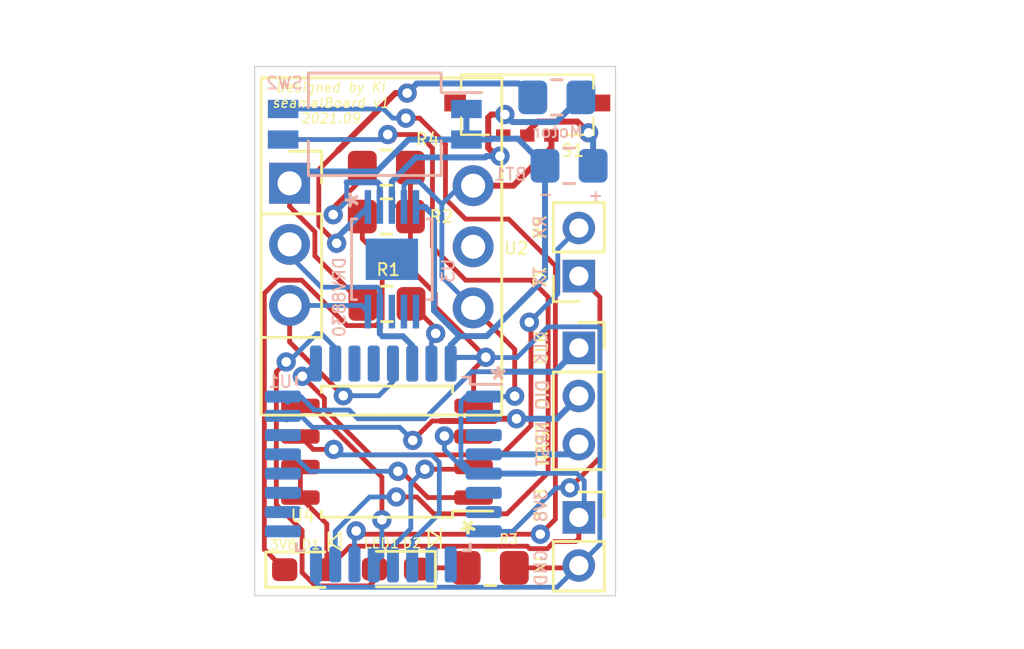
<source format=kicad_pcb>
(kicad_pcb (version 20171130) (host pcbnew "(5.1.10-1-10_14)")

  (general
    (thickness 1.6)
    (drawings 34)
    (tracks 318)
    (zones 0)
    (modules 17)
    (nets 44)
  )

  (page A4)
  (layers
    (0 F.Cu signal)
    (31 B.Cu signal)
    (32 B.Adhes user)
    (33 F.Adhes user)
    (34 B.Paste user)
    (35 F.Paste user)
    (36 B.SilkS user)
    (37 F.SilkS user)
    (38 B.Mask user)
    (39 F.Mask user)
    (40 Dwgs.User user)
    (41 Cmts.User user)
    (42 Eco1.User user)
    (43 Eco2.User user)
    (44 Edge.Cuts user)
    (45 Margin user)
    (46 B.CrtYd user)
    (47 F.CrtYd user)
    (48 B.Fab user)
    (49 F.Fab user)
  )

  (setup
    (last_trace_width 0.25)
    (trace_clearance 0.2)
    (zone_clearance 0.508)
    (zone_45_only no)
    (trace_min 0.2)
    (via_size 0.8)
    (via_drill 0.4)
    (via_min_size 0.4)
    (via_min_drill 0.3)
    (uvia_size 0.3)
    (uvia_drill 0.1)
    (uvias_allowed no)
    (uvia_min_size 0.2)
    (uvia_min_drill 0.1)
    (edge_width 0.05)
    (segment_width 0.2)
    (pcb_text_width 0.3)
    (pcb_text_size 1.5 1.5)
    (mod_edge_width 0.12)
    (mod_text_size 1 1)
    (mod_text_width 0.15)
    (pad_size 0.5 1.5)
    (pad_drill 0)
    (pad_to_mask_clearance 0)
    (aux_axis_origin 0 0)
    (visible_elements 7FFFFFFF)
    (pcbplotparams
      (layerselection 0x010f0_ffffffff)
      (usegerberextensions true)
      (usegerberattributes true)
      (usegerberadvancedattributes true)
      (creategerberjobfile true)
      (excludeedgelayer true)
      (linewidth 0.100000)
      (plotframeref false)
      (viasonmask false)
      (mode 1)
      (useauxorigin false)
      (hpglpennumber 1)
      (hpglpenspeed 20)
      (hpglpendiameter 15.000000)
      (psnegative false)
      (psa4output false)
      (plotreference true)
      (plotvalue true)
      (plotinvisibletext false)
      (padsonsilk false)
      (subtractmaskfromsilk true)
      (outputformat 1)
      (mirror false)
      (drillshape 0)
      (scaleselection 1)
      (outputdirectory "data/"))
  )

  (net 0 "")
  (net 1 GND)
  (net 2 "Net-(R1-Pad2)")
  (net 3 I2C_SDA)
  (net 4 I2C_SCL)
  (net 5 "Net-(U1-Pad28)")
  (net 6 "Net-(U1-Pad27)")
  (net 7 SWCLK)
  (net 8 SWDIO)
  (net 9 "Net-(U1-Pad22)")
  (net 10 "Net-(U1-Pad20)")
  (net 11 "Net-(U1-Pad19)")
  (net 12 "Net-(U1-Pad18)")
  (net 13 "Net-(U1-Pad17)")
  (net 14 "Net-(U1-Pad10)")
  (net 15 "Net-(U1-Pad9)")
  (net 16 "Net-(U1-Pad7)")
  (net 17 "Net-(U1-Pad6)")
  (net 18 +3V8)
  (net 19 NRST)
  (net 20 "Net-(U1-Pad2)")
  (net 21 RX)
  (net 22 TX)
  (net 23 SPI_MOSI)
  (net 24 SPI_MISO)
  (net 25 SPI_SCLK)
  (net 26 SPI_CS)
  (net 27 "Net-(U2-Pad5)")
  (net 28 "Net-(D1-Pad1)")
  (net 29 "Net-(D2-Pad1)")
  (net 30 INSENSE)
  (net 31 "Net-(U3-Pad8)")
  (net 32 "Net-(U3-Pad7)")
  (net 33 "Net-(U3-Pad6)")
  (net 34 OUT1)
  (net 35 OUT2)
  (net 36 LED1)
  (net 37 PB0)
  (net 38 PB1)
  (net 39 "Net-(S1-Pad5)")
  (net 40 "Net-(S1-Pad4)")
  (net 41 "Net-(S1-Pad2)")
  (net 42 "Net-(BT1-Pad1)")
  (net 43 "Net-(U1-Pad3)")

  (net_class Default "This is the default net class."
    (clearance 0.2)
    (trace_width 0.25)
    (via_dia 0.8)
    (via_drill 0.4)
    (uvia_dia 0.3)
    (uvia_drill 0.1)
  )

  (net_class small ""
    (clearance 0.1)
    (trace_width 0.2)
    (via_dia 0.8)
    (via_drill 0.4)
    (uvia_dia 0.3)
    (uvia_drill 0.1)
    (add_net +3V8)
    (add_net GND)
    (add_net I2C_SCL)
    (add_net I2C_SDA)
    (add_net INSENSE)
    (add_net LED1)
    (add_net NRST)
    (add_net "Net-(BT1-Pad1)")
    (add_net "Net-(D1-Pad1)")
    (add_net "Net-(D2-Pad1)")
    (add_net "Net-(R1-Pad2)")
    (add_net "Net-(S1-Pad2)")
    (add_net "Net-(S1-Pad4)")
    (add_net "Net-(S1-Pad5)")
    (add_net "Net-(U1-Pad10)")
    (add_net "Net-(U1-Pad17)")
    (add_net "Net-(U1-Pad18)")
    (add_net "Net-(U1-Pad19)")
    (add_net "Net-(U1-Pad2)")
    (add_net "Net-(U1-Pad20)")
    (add_net "Net-(U1-Pad22)")
    (add_net "Net-(U1-Pad27)")
    (add_net "Net-(U1-Pad28)")
    (add_net "Net-(U1-Pad3)")
    (add_net "Net-(U1-Pad6)")
    (add_net "Net-(U1-Pad7)")
    (add_net "Net-(U1-Pad9)")
    (add_net "Net-(U2-Pad5)")
    (add_net "Net-(U3-Pad6)")
    (add_net "Net-(U3-Pad7)")
    (add_net "Net-(U3-Pad8)")
    (add_net OUT1)
    (add_net OUT2)
    (add_net PB0)
    (add_net PB1)
    (add_net RX)
    (add_net SPI_CS)
    (add_net SPI_MISO)
    (add_net SPI_MOSI)
    (add_net SPI_SCLK)
    (add_net SWCLK)
    (add_net SWDIO)
    (add_net TX)
  )

  (module UltraLibrarian:DRV8830DGQ (layer B.Cu) (tedit 61506D75) (tstamp 61432681)
    (at 142.8496 92.075 270)
    (path /61428BFB)
    (fp_text reference U3 (at 0.47498 -2.34442 270) (layer B.SilkS)
      (effects (font (size 0.5 0.5) (thickness 0.08)) (justify mirror))
    )
    (fp_text value DRV8830 (at 1.5748 2.1844 270) (layer B.SilkS)
      (effects (font (size 0.5 0.5) (thickness 0.08)) (justify mirror))
    )
    (fp_line (start -1.803999 -1.389) (end -3.128999 -1.389) (layer B.CrtYd) (width 0.05))
    (fp_line (start -1.803999 -1.803999) (end -1.803999 -1.389) (layer B.CrtYd) (width 0.05))
    (fp_line (start 1.803999 -1.803999) (end -1.803999 -1.803999) (layer B.CrtYd) (width 0.05))
    (fp_line (start 1.803999 -1.389) (end 1.803999 -1.803999) (layer B.CrtYd) (width 0.05))
    (fp_line (start 3.128999 -1.389) (end 1.803999 -1.389) (layer B.CrtYd) (width 0.05))
    (fp_line (start 3.128999 1.389) (end 3.128999 -1.389) (layer B.CrtYd) (width 0.05))
    (fp_line (start 1.803999 1.389) (end 3.128999 1.389) (layer B.CrtYd) (width 0.05))
    (fp_line (start 1.803999 1.803999) (end 1.803999 1.389) (layer B.CrtYd) (width 0.05))
    (fp_line (start -1.803999 1.803999) (end 1.803999 1.803999) (layer B.CrtYd) (width 0.05))
    (fp_line (start -1.803999 1.389) (end -1.803999 1.803999) (layer B.CrtYd) (width 0.05))
    (fp_line (start -3.128999 1.389) (end -1.803999 1.389) (layer B.CrtYd) (width 0.05))
    (fp_line (start -3.128999 -1.389) (end -3.128999 1.389) (layer B.CrtYd) (width 0.05))
    (fp_poly (pts (xy 0.5937 1.1535) (xy 0.9235 1.1535) (xy 0.9235 -1.1535) (xy 0.5937 -1.1535)) (layer B.Mask) (width 0.1))
    (fp_poly (pts (xy 0.635121 -0.4937) (xy 0.4937 -0.635121) (xy 0.4937 -1.01507) (xy 0.78507 -1.01507)
      (xy 0.78507 -0.4937)) (layer B.Paste) (width 0.1))
    (fp_poly (pts (xy 0.635121 0.2937) (xy 0.4937 0.152279) (xy 0.4937 -0.152279) (xy 0.635121 -0.2937)
      (xy 0.78507 -0.2937) (xy 0.78507 0.2937)) (layer B.Paste) (width 0.1))
    (fp_poly (pts (xy 0.4937 1.01507) (xy 0.4937 0.635121) (xy 0.635121 0.4937) (xy 0.78507 0.4937)
      (xy 0.78507 1.01507)) (layer B.Paste) (width 0.1))
    (fp_poly (pts (xy 0.1937 1.1535) (xy -0.1937 1.1535) (xy -0.1937 -1.1535) (xy 0.1937 -1.1535)) (layer B.Mask) (width 0.1))
    (fp_poly (pts (xy -0.152279 -0.4937) (xy -0.2937 -0.635121) (xy -0.2937 -1.01507) (xy 0.2937 -1.01507)
      (xy 0.2937 -0.635121) (xy 0.152279 -0.4937)) (layer B.Paste) (width 0.1))
    (fp_poly (pts (xy -0.152279 0.2937) (xy -0.2937 0.152279) (xy -0.2937 -0.152279) (xy -0.152279 -0.2937)
      (xy 0.152279 -0.2937) (xy 0.2937 -0.152279) (xy 0.2937 0.152279) (xy 0.152279 0.2937)) (layer B.Paste) (width 0.1))
    (fp_poly (pts (xy -0.2937 1.01507) (xy -0.2937 0.635121) (xy -0.152279 0.4937) (xy 0.152279 0.4937)
      (xy 0.2937 0.635121) (xy 0.2937 1.01507)) (layer B.Paste) (width 0.1))
    (fp_poly (pts (xy -0.9235 1.1535) (xy -0.5937 1.1535) (xy -0.5937 -1.1535) (xy -0.9235 -1.1535)) (layer B.Mask) (width 0.1))
    (fp_poly (pts (xy -0.9235 -0.5937) (xy 0.9235 -0.5937) (xy 0.9235 -1.1535) (xy -0.9235 -1.1535)) (layer B.Mask) (width 0.1))
    (fp_poly (pts (xy -0.78507 -0.4937) (xy -0.78507 -1.01507) (xy -0.4937 -1.01507) (xy -0.4937 -0.635121)
      (xy -0.635121 -0.4937)) (layer B.Paste) (width 0.1))
    (fp_poly (pts (xy -0.9235 0.1937) (xy 0.9235 0.1937) (xy 0.9235 -0.1937) (xy -0.9235 -0.1937)) (layer B.Mask) (width 0.1))
    (fp_poly (pts (xy -0.78507 0.2937) (xy -0.78507 -0.2937) (xy -0.635121 -0.2937) (xy -0.4937 -0.152279)
      (xy -0.4937 0.152279) (xy -0.635121 0.2937)) (layer B.Paste) (width 0.1))
    (fp_poly (pts (xy -0.9235 1.1535) (xy 0.9235 1.1535) (xy 0.9235 0.5937) (xy -0.9235 0.5937)) (layer B.Mask) (width 0.1))
    (fp_poly (pts (xy -0.78507 1.01507) (xy -0.78507 0.4937) (xy -0.635121 0.4937) (xy -0.4937 0.635121)
      (xy -0.4937 1.01507)) (layer B.Paste) (width 0.1))
    (fp_line (start 1.676999 1.467741) (end 1.676999 1.676999) (layer B.SilkS) (width 0.12))
    (fp_line (start -1.676999 -1.467741) (end -1.676999 -1.676999) (layer B.SilkS) (width 0.12))
    (fp_line (start -1.549999 1.549999) (end -1.549999 -1.549999) (layer B.Fab) (width 0.1))
    (fp_line (start 1.549999 1.549999) (end -1.549999 1.549999) (layer B.Fab) (width 0.1))
    (fp_line (start 1.549999 -1.549999) (end 1.549999 1.549999) (layer B.Fab) (width 0.1))
    (fp_line (start -1.549999 -1.549999) (end 1.549999 -1.549999) (layer B.Fab) (width 0.1))
    (fp_line (start -1.676999 1.676999) (end -1.676999 1.467741) (layer B.SilkS) (width 0.12))
    (fp_line (start 1.676999 1.676999) (end -1.676999 1.676999) (layer B.SilkS) (width 0.12))
    (fp_line (start 1.676999 -1.676999) (end 1.676999 -1.467741) (layer B.SilkS) (width 0.12))
    (fp_line (start -1.676999 -1.676999) (end 1.676999 -1.676999) (layer B.SilkS) (width 0.12))
    (fp_line (start 2.525 1.135) (end 1.549999 1.135) (layer B.Fab) (width 0.1))
    (fp_line (start 2.525 0.865) (end 2.525 1.135) (layer B.Fab) (width 0.1))
    (fp_line (start 1.549999 0.865) (end 2.525 0.865) (layer B.Fab) (width 0.1))
    (fp_line (start 1.549999 1.135) (end 1.549999 0.865) (layer B.Fab) (width 0.1))
    (fp_line (start 2.525 0.635) (end 1.549999 0.635) (layer B.Fab) (width 0.1))
    (fp_line (start 2.525 0.365) (end 2.525 0.635) (layer B.Fab) (width 0.1))
    (fp_line (start 1.549999 0.365) (end 2.525 0.365) (layer B.Fab) (width 0.1))
    (fp_line (start 1.549999 0.635) (end 1.549999 0.365) (layer B.Fab) (width 0.1))
    (fp_line (start 2.525 0.135) (end 1.549999 0.135) (layer B.Fab) (width 0.1))
    (fp_line (start 2.525 -0.135) (end 2.525 0.135) (layer B.Fab) (width 0.1))
    (fp_line (start 1.549999 -0.135) (end 2.525 -0.135) (layer B.Fab) (width 0.1))
    (fp_line (start 1.549999 0.135) (end 1.549999 -0.135) (layer B.Fab) (width 0.1))
    (fp_line (start 2.525 -0.365) (end 1.549999 -0.365) (layer B.Fab) (width 0.1))
    (fp_line (start 2.525 -0.635) (end 2.525 -0.365) (layer B.Fab) (width 0.1))
    (fp_line (start 1.549999 -0.635) (end 2.525 -0.635) (layer B.Fab) (width 0.1))
    (fp_line (start 1.549999 -0.365) (end 1.549999 -0.635) (layer B.Fab) (width 0.1))
    (fp_line (start 2.525 -0.865) (end 1.549999 -0.865) (layer B.Fab) (width 0.1))
    (fp_line (start 2.525 -1.135) (end 2.525 -0.865) (layer B.Fab) (width 0.1))
    (fp_line (start 1.549999 -1.135) (end 2.525 -1.135) (layer B.Fab) (width 0.1))
    (fp_line (start 1.549999 -0.865) (end 1.549999 -1.135) (layer B.Fab) (width 0.1))
    (fp_line (start -2.525 -1.135) (end -1.549999 -1.135) (layer B.Fab) (width 0.1))
    (fp_line (start -2.525 -0.865) (end -2.525 -1.135) (layer B.Fab) (width 0.1))
    (fp_line (start -1.549999 -0.865) (end -2.525 -0.865) (layer B.Fab) (width 0.1))
    (fp_line (start -1.549999 -1.135) (end -1.549999 -0.865) (layer B.Fab) (width 0.1))
    (fp_line (start -2.525 -0.635) (end -1.549999 -0.635) (layer B.Fab) (width 0.1))
    (fp_line (start -2.525 -0.365) (end -2.525 -0.635) (layer B.Fab) (width 0.1))
    (fp_line (start -1.549999 -0.365) (end -2.525 -0.365) (layer B.Fab) (width 0.1))
    (fp_line (start -1.549999 -0.635) (end -1.549999 -0.365) (layer B.Fab) (width 0.1))
    (fp_line (start -2.525 -0.135) (end -1.549999 -0.135) (layer B.Fab) (width 0.1))
    (fp_line (start -2.525 0.135) (end -2.525 -0.135) (layer B.Fab) (width 0.1))
    (fp_line (start -1.549999 0.135) (end -2.525 0.135) (layer B.Fab) (width 0.1))
    (fp_line (start -1.549999 -0.135) (end -1.549999 0.135) (layer B.Fab) (width 0.1))
    (fp_line (start -2.525 0.365) (end -1.549999 0.365) (layer B.Fab) (width 0.1))
    (fp_line (start -2.525 0.635) (end -2.525 0.365) (layer B.Fab) (width 0.1))
    (fp_line (start -1.549999 0.635) (end -2.525 0.635) (layer B.Fab) (width 0.1))
    (fp_line (start -1.549999 0.365) (end -1.549999 0.635) (layer B.Fab) (width 0.1))
    (fp_line (start -2.525 0.865) (end -1.549999 0.865) (layer B.Fab) (width 0.1))
    (fp_line (start -2.525 1.135) (end -2.525 0.865) (layer B.Fab) (width 0.1))
    (fp_line (start -1.549999 1.135) (end -2.525 1.135) (layer B.Fab) (width 0.1))
    (fp_line (start -1.549999 0.865) (end -1.549999 1.135) (layer B.Fab) (width 0.1))
    (fp_text user * (at -2.4638 1.3462 270) (layer B.SilkS)
      (effects (font (size 1 1) (thickness 0.15)) (justify mirror))
    )
    (fp_text user "Copyright 2021 Accelerated Designs. All rights reserved." (at 0 0 270) (layer Cmts.User)
      (effects (font (size 0.127 0.127) (thickness 0.002)))
    )
    (pad EPAD smd rect (at 0 0 270) (size 1.72 2.18) (layers B.Cu B.Paste B.Mask))
    (pad 10 smd rect (at 2.174999 1.000001 270) (size 1.399999 0.27) (layers B.Cu B.Paste B.Mask)
      (net 4 I2C_SCL))
    (pad 9 smd rect (at 2.174999 0.499999 270) (size 1.399999 0.27) (layers B.Cu B.Paste B.Mask)
      (net 3 I2C_SDA))
    (pad 8 smd rect (at 2.174999 0 270) (size 1.399999 0.27) (layers B.Cu B.Paste B.Mask)
      (net 31 "Net-(U3-Pad8)"))
    (pad 7 smd rect (at 2.174999 -0.499999 270) (size 1.399999 0.27) (layers B.Cu B.Paste B.Mask)
      (net 32 "Net-(U3-Pad7)"))
    (pad 6 smd rect (at 2.174999 -1.000001 270) (size 1.399999 0.27) (layers B.Cu B.Paste B.Mask)
      (net 33 "Net-(U3-Pad6)"))
    (pad 5 smd rect (at -2.174999 -1.000001 270) (size 1.399999 0.27) (layers B.Cu B.Paste B.Mask)
      (net 1 GND))
    (pad 4 smd rect (at -2.174999 -0.499999 270) (size 1.399999 0.27) (layers B.Cu B.Paste B.Mask)
      (net 18 +3V8))
    (pad 3 smd rect (at -2.174999 0 270) (size 1.399999 0.27) (layers B.Cu B.Paste B.Mask)
      (net 34 OUT1))
    (pad 2 smd rect (at -2.174999 0.499999 270) (size 1.399999 0.27) (layers B.Cu B.Paste B.Mask)
      (net 30 INSENSE))
    (pad 1 smd rect (at -2.174999 1.000001 270) (size 1.399999 0.27) (layers B.Cu B.Paste B.Mask)
      (net 35 OUT2))
  )

  (module Resistor_SMD:R_0805_2012Metric_Pad1.20x1.40mm_HandSolder (layer B.Cu) (tedit 5F68FEEE) (tstamp 614FA89F)
    (at 149.7076 85.344)
    (descr "Resistor SMD 0805 (2012 Metric), square (rectangular) end terminal, IPC_7351 nominal with elongated pad for handsoldering. (Body size source: IPC-SM-782 page 72, https://www.pcb-3d.com/wordpress/wp-content/uploads/ipc-sm-782a_amendment_1_and_2.pdf), generated with kicad-footprint-generator")
    (tags "resistor handsolder")
    (path /614EEB52)
    (attr smd)
    (fp_text reference Motor (at 0.0508 1.4224) (layer B.SilkS)
      (effects (font (size 0.5 0.5) (thickness 0.08)) (justify mirror))
    )
    (fp_text value Motor_DC (at 0 -1.65) (layer B.Fab)
      (effects (font (size 1 1) (thickness 0.15)) (justify mirror))
    )
    (fp_line (start -1 -0.625) (end -1 0.625) (layer B.Fab) (width 0.1))
    (fp_line (start -1 0.625) (end 1 0.625) (layer B.Fab) (width 0.1))
    (fp_line (start 1 0.625) (end 1 -0.625) (layer B.Fab) (width 0.1))
    (fp_line (start 1 -0.625) (end -1 -0.625) (layer B.Fab) (width 0.1))
    (fp_line (start -0.227064 0.735) (end 0.227064 0.735) (layer B.SilkS) (width 0.12))
    (fp_line (start -0.227064 -0.735) (end 0.227064 -0.735) (layer B.SilkS) (width 0.12))
    (fp_line (start -1.85 -0.95) (end -1.85 0.95) (layer B.CrtYd) (width 0.05))
    (fp_line (start -1.85 0.95) (end 1.85 0.95) (layer B.CrtYd) (width 0.05))
    (fp_line (start 1.85 0.95) (end 1.85 -0.95) (layer B.CrtYd) (width 0.05))
    (fp_line (start 1.85 -0.95) (end -1.85 -0.95) (layer B.CrtYd) (width 0.05))
    (fp_text user %R (at 0 0) (layer B.Fab)
      (effects (font (size 0.5 0.5) (thickness 0.08)) (justify mirror))
    )
    (pad 2 smd roundrect (at 1 0) (size 1.2 1.4) (layers B.Cu B.Paste B.Mask) (roundrect_rratio 0.2083325)
      (net 34 OUT1))
    (pad 1 smd roundrect (at -1 0) (size 1.2 1.4) (layers B.Cu B.Paste B.Mask) (roundrect_rratio 0.2083325)
      (net 35 OUT2))
    (model ${KISYS3DMOD}/Resistor_SMD.3dshapes/R_0805_2012Metric.wrl
      (at (xyz 0 0 0))
      (scale (xyz 1 1 1))
      (rotate (xyz 0 0 0))
    )
  )

  (module Resistor_SMD:R_0805_2012Metric_Pad1.20x1.40mm_HandSolder (layer B.Cu) (tedit 5F68FEEE) (tstamp 614FA7C6)
    (at 150.2156 88.1888 180)
    (descr "Resistor SMD 0805 (2012 Metric), square (rectangular) end terminal, IPC_7351 nominal with elongated pad for handsoldering. (Body size source: IPC-SM-782 page 72, https://www.pcb-3d.com/wordpress/wp-content/uploads/ipc-sm-782a_amendment_1_and_2.pdf), generated with kicad-footprint-generator")
    (tags "resistor handsolder")
    (path /611A7D1A)
    (attr smd)
    (fp_text reference BT1 (at 2.4384 -0.3556) (layer B.SilkS)
      (effects (font (size 0.5 0.5) (thickness 0.08)) (justify mirror))
    )
    (fp_text value Battery_Cell (at -6.35 0.2032) (layer B.Fab)
      (effects (font (size 1 1) (thickness 0.15)) (justify mirror))
    )
    (fp_line (start -1 -0.625) (end -1 0.625) (layer B.Fab) (width 0.1))
    (fp_line (start -1 0.625) (end 1 0.625) (layer B.Fab) (width 0.1))
    (fp_line (start 1 0.625) (end 1 -0.625) (layer B.Fab) (width 0.1))
    (fp_line (start 1 -0.625) (end -1 -0.625) (layer B.Fab) (width 0.1))
    (fp_line (start -0.227064 0.735) (end 0.227064 0.735) (layer B.SilkS) (width 0.12))
    (fp_line (start -0.227064 -0.735) (end 0.227064 -0.735) (layer B.SilkS) (width 0.12))
    (fp_line (start -1.85 -0.95) (end -1.85 0.95) (layer B.CrtYd) (width 0.05))
    (fp_line (start -1.85 0.95) (end 1.85 0.95) (layer B.CrtYd) (width 0.05))
    (fp_line (start 1.85 0.95) (end 1.85 -0.95) (layer B.CrtYd) (width 0.05))
    (fp_line (start 1.85 -0.95) (end -1.85 -0.95) (layer B.CrtYd) (width 0.05))
    (fp_text user %R (at 0 0) (layer B.Fab)
      (effects (font (size 0.5 0.5) (thickness 0.08)) (justify mirror))
    )
    (pad 2 smd roundrect (at 1 0 180) (size 1.2 1.4) (layers B.Cu B.Paste B.Mask) (roundrect_rratio 0.2083325)
      (net 1 GND))
    (pad 1 smd roundrect (at -1 0 180) (size 1.2 1.4) (layers B.Cu B.Paste B.Mask) (roundrect_rratio 0.2083325)
      (net 42 "Net-(BT1-Pad1)"))
    (model ${KISYS3DMOD}/Resistor_SMD.3dshapes/R_0805_2012Metric.wrl
      (at (xyz 0 0 0))
      (scale (xyz 1 1 1))
      (rotate (xyz 0 0 0))
    )
  )

  (module SSAJ120100:SSAJ120100 (layer F.Cu) (tedit 614EDC6D) (tstamp 614FACA4)
    (at 149.479 86.9315 180)
    (descr <b>SSAJ120100</b><br>)
    (path /6155139A)
    (fp_text reference S1 (at -0.889 -0.6223) (layer F.SilkS)
      (effects (font (size 0.5 0.5) (thickness 0.08)))
    )
    (fp_text value SSAJ120100 (at -0.8382 4.7879) (layer F.Fab)
      (effects (font (size 1 1) (thickness 0.15)))
    )
    (fp_line (start 3.75 2.535) (end -1.75 2.535) (layer F.Fab) (width 0.1))
    (fp_line (start -1.75 2.535) (end -1.75 0.035) (layer F.Fab) (width 0.1))
    (fp_line (start -1.75 0.035) (end 3.75 0.035) (layer F.Fab) (width 0.1))
    (fp_line (start 3.75 0.035) (end 3.75 2.535) (layer F.Fab) (width 0.1))
    (fp_line (start -1.75 0.035) (end -0.6 0.035) (layer F.SilkS) (width 0.1))
    (fp_line (start 3.75 0.035) (end 2.6 0.035) (layer F.SilkS) (width 0.1))
    (fp_line (start 3.75 0.035) (end 3.75 0.755) (layer F.SilkS) (width 0.1))
    (fp_line (start 3.75 2.535) (end 3.75 1.955) (layer F.SilkS) (width 0.1))
    (fp_line (start 3.75 2.535) (end -1.75 2.535) (layer F.SilkS) (width 0.1))
    (fp_line (start -1.75 2.535) (end -1.75 1.955) (layer F.SilkS) (width 0.1))
    (fp_line (start -1.75 0.035) (end -1.75 0.755) (layer F.SilkS) (width 0.1))
    (pad 5 smd rect (at 4 1.355 180) (size 0.9 0.7) (layers F.Cu F.Paste F.Mask)
      (net 39 "Net-(S1-Pad5)"))
    (pad 4 smd rect (at -2 1.355 180) (size 0.9 0.7) (layers F.Cu F.Paste F.Mask)
      (net 40 "Net-(S1-Pad4)"))
    (pad 1 smd rect (at 0 0 180) (size 0.6 0.51) (layers F.Cu F.Paste F.Mask)
      (net 18 +3V8))
    (pad 2 smd rect (at 2 0 180) (size 0.6 0.51) (layers F.Cu F.Paste F.Mask)
      (net 41 "Net-(S1-Pad2)"))
    (pad 3 smd rect (at 1 0 180) (size 0.6 0.51) (layers F.Cu F.Paste F.Mask)
      (net 42 "Net-(BT1-Pad1)"))
  )

  (module Package_SO:SOIC-8_5.23x5.23mm_P1.27mm (layer F.Cu) (tedit 5D9F72B1) (tstamp 614EE0EF)
    (at 142.6464 100.076 180)
    (descr "SOIC, 8 Pin (http://www.winbond.com/resource-files/w25q32jv%20revg%2003272018%20plus.pdf#page=68), generated with kicad-footprint-generator ipc_gullwing_generator.py")
    (tags "SOIC SO")
    (path /614FC61A)
    (attr smd)
    (fp_text reference U4 (at 3.5052 -2.667) (layer F.SilkS)
      (effects (font (size 0.5 0.5) (thickness 0.08)))
    )
    (fp_text value W25Q128JVS (at 11.2014 0.2794) (layer F.Fab)
      (effects (font (size 1 1) (thickness 0.15)))
    )
    (fp_line (start 4.65 -2.86) (end -4.65 -2.86) (layer F.CrtYd) (width 0.05))
    (fp_line (start 4.65 2.86) (end 4.65 -2.86) (layer F.CrtYd) (width 0.05))
    (fp_line (start -4.65 2.86) (end 4.65 2.86) (layer F.CrtYd) (width 0.05))
    (fp_line (start -4.65 -2.86) (end -4.65 2.86) (layer F.CrtYd) (width 0.05))
    (fp_line (start -2.615 -1.615) (end -1.615 -2.615) (layer F.Fab) (width 0.1))
    (fp_line (start -2.615 2.615) (end -2.615 -1.615) (layer F.Fab) (width 0.1))
    (fp_line (start 2.615 2.615) (end -2.615 2.615) (layer F.Fab) (width 0.1))
    (fp_line (start 2.615 -2.615) (end 2.615 2.615) (layer F.Fab) (width 0.1))
    (fp_line (start -1.615 -2.615) (end 2.615 -2.615) (layer F.Fab) (width 0.1))
    (fp_line (start -2.725 -2.465) (end -4.4 -2.465) (layer F.SilkS) (width 0.12))
    (fp_line (start -2.725 -2.725) (end -2.725 -2.465) (layer F.SilkS) (width 0.12))
    (fp_line (start 0 -2.725) (end -2.725 -2.725) (layer F.SilkS) (width 0.12))
    (fp_line (start 2.725 -2.725) (end 2.725 -2.465) (layer F.SilkS) (width 0.12))
    (fp_line (start 0 -2.725) (end 2.725 -2.725) (layer F.SilkS) (width 0.12))
    (fp_line (start -2.725 2.725) (end -2.725 2.465) (layer F.SilkS) (width 0.12))
    (fp_line (start 0 2.725) (end -2.725 2.725) (layer F.SilkS) (width 0.12))
    (fp_line (start 2.725 2.725) (end 2.725 2.465) (layer F.SilkS) (width 0.12))
    (fp_line (start 0 2.725) (end 2.725 2.725) (layer F.SilkS) (width 0.12))
    (fp_text user %R (at 0 0) (layer F.Fab)
      (effects (font (size 1 1) (thickness 0.15)))
    )
    (pad 8 smd roundrect (at 3.6 -1.905 180) (size 1.6 0.6) (layers F.Cu F.Paste F.Mask) (roundrect_rratio 0.25)
      (net 18 +3V8))
    (pad 7 smd roundrect (at 3.6 -0.635 180) (size 1.6 0.6) (layers F.Cu F.Paste F.Mask) (roundrect_rratio 0.25)
      (net 18 +3V8))
    (pad 6 smd roundrect (at 3.6 0.635 180) (size 1.6 0.6) (layers F.Cu F.Paste F.Mask) (roundrect_rratio 0.25)
      (net 25 SPI_SCLK))
    (pad 5 smd roundrect (at 3.6 1.905 180) (size 1.6 0.6) (layers F.Cu F.Paste F.Mask) (roundrect_rratio 0.25)
      (net 23 SPI_MOSI))
    (pad 4 smd roundrect (at -3.6 1.905 180) (size 1.6 0.6) (layers F.Cu F.Paste F.Mask) (roundrect_rratio 0.25)
      (net 1 GND))
    (pad 3 smd roundrect (at -3.6 0.635 180) (size 1.6 0.6) (layers F.Cu F.Paste F.Mask) (roundrect_rratio 0.25)
      (net 18 +3V8))
    (pad 2 smd roundrect (at -3.6 -0.635 180) (size 1.6 0.6) (layers F.Cu F.Paste F.Mask) (roundrect_rratio 0.25)
      (net 24 SPI_MISO))
    (pad 1 smd roundrect (at -3.6 -1.905 180) (size 1.6 0.6) (layers F.Cu F.Paste F.Mask) (roundrect_rratio 0.25)
      (net 26 SPI_CS))
    (model ${KISYS3DMOD}/Package_SO.3dshapes/SOIC-8_5.23x5.23mm_P1.27mm.wrl
      (at (xyz 0 0 0))
      (scale (xyz 1 1 1))
      (rotate (xyz 0 0 0))
    )
  )

  (module Connector_PinSocket_2.00mm:PinSocket_1x02_P2.00mm_Vertical (layer F.Cu) (tedit 5A19A42F) (tstamp 614DDB27)
    (at 150.622 102.8065)
    (descr "Through hole straight socket strip, 1x02, 2.00mm pitch, single row (from Kicad 4.0.7), script generated")
    (tags "Through hole socket strip THT 1x02 2.00mm single row")
    (path /614DF082)
    (fp_text reference J3 (at 2.667 0.254) (layer F.SilkS) hide
      (effects (font (size 1 1) (thickness 0.15)))
    )
    (fp_text value Conn_01x02_Female (at 0 4.5) (layer F.Fab)
      (effects (font (size 1 1) (thickness 0.15)))
    )
    (fp_line (start -1 -1) (end 0.5 -1) (layer F.Fab) (width 0.1))
    (fp_line (start 0.5 -1) (end 1 -0.5) (layer F.Fab) (width 0.1))
    (fp_line (start 1 -0.5) (end 1 3) (layer F.Fab) (width 0.1))
    (fp_line (start 1 3) (end -1 3) (layer F.Fab) (width 0.1))
    (fp_line (start -1 3) (end -1 -1) (layer F.Fab) (width 0.1))
    (fp_line (start -1.06 1) (end 1.06 1) (layer F.SilkS) (width 0.12))
    (fp_line (start -1.06 1) (end -1.06 3.06) (layer F.SilkS) (width 0.12))
    (fp_line (start -1.06 3.06) (end 1.06 3.06) (layer F.SilkS) (width 0.12))
    (fp_line (start 1.06 1) (end 1.06 3.06) (layer F.SilkS) (width 0.12))
    (fp_line (start 1.06 -1.06) (end 1.06 0) (layer F.SilkS) (width 0.12))
    (fp_line (start 0 -1.06) (end 1.06 -1.06) (layer F.SilkS) (width 0.12))
    (fp_line (start -1.5 -1.5) (end 1.5 -1.5) (layer F.CrtYd) (width 0.05))
    (fp_line (start 1.5 -1.5) (end 1.5 3.5) (layer F.CrtYd) (width 0.05))
    (fp_line (start 1.5 3.5) (end -1.5 3.5) (layer F.CrtYd) (width 0.05))
    (fp_line (start -1.5 3.5) (end -1.5 -1.5) (layer F.CrtYd) (width 0.05))
    (fp_text user %R (at 2.921 2.032 90) (layer F.Fab)
      (effects (font (size 1 1) (thickness 0.15)))
    )
    (pad 2 thru_hole oval (at 0 2) (size 1.35 1.35) (drill 0.8) (layers *.Cu *.Mask)
      (net 1 GND))
    (pad 1 thru_hole rect (at 0 0) (size 1.35 1.35) (drill 0.8) (layers *.Cu *.Mask)
      (net 18 +3V8))
    (model ${KISYS3DMOD}/Connector_PinSocket_2.00mm.3dshapes/PinSocket_1x02_P2.00mm_Vertical.wrl
      (at (xyz 0 0 0))
      (scale (xyz 1 1 1))
      (rotate (xyz 0 0 0))
    )
  )

  (module Button_Switch_SMD:SW_DIP_SPSTx02_Slide_KingTek_DSHP02TS_W7.62mm_P1.27mm (layer B.Cu) (tedit 5A508D3E) (tstamp 6149B7E6)
    (at 142.1384 86.4616 180)
    (descr "SMD 2x-dip-switch SPST KingTek_DSHP02TS, Slide, row spacing 7.62 mm (300 mils), body size  (see http://www.kingtek.net.cn/pic/201601201417455112.pdf)")
    (tags "SMD DIP Switch SPST Slide 7.62mm 300mil")
    (path /6146B593)
    (attr smd)
    (fp_text reference SW2 (at 3.7465 1.7145) (layer B.SilkS)
      (effects (font (size 0.5 0.5) (thickness 0.08)) (justify mirror))
    )
    (fp_text value SW_DIP_x02 (at 9.779 -1.397) (layer B.Fab)
      (effects (font (size 1 1) (thickness 0.15)) (justify mirror))
    )
    (fp_line (start -1.7 2.07) (end 2.7 2.07) (layer B.Fab) (width 0.1))
    (fp_line (start 2.7 2.07) (end 2.7 -2.07) (layer B.Fab) (width 0.1))
    (fp_line (start 2.7 -2.07) (end -2.7 -2.07) (layer B.Fab) (width 0.1))
    (fp_line (start -2.7 -2.07) (end -2.7 1.07) (layer B.Fab) (width 0.1))
    (fp_line (start -2.7 1.07) (end -1.7 2.07) (layer B.Fab) (width 0.1))
    (fp_line (start -1 1.035) (end -1 0.235) (layer B.Fab) (width 0.1))
    (fp_line (start -1 0.235) (end 1 0.235) (layer B.Fab) (width 0.1))
    (fp_line (start 1 0.235) (end 1 1.035) (layer B.Fab) (width 0.1))
    (fp_line (start 1 1.035) (end -1 1.035) (layer B.Fab) (width 0.1))
    (fp_line (start -1 0.935) (end -0.333333 0.935) (layer B.Fab) (width 0.1))
    (fp_line (start -1 0.835) (end -0.333333 0.835) (layer B.Fab) (width 0.1))
    (fp_line (start -1 0.735) (end -0.333333 0.735) (layer B.Fab) (width 0.1))
    (fp_line (start -1 0.635) (end -0.333333 0.635) (layer B.Fab) (width 0.1))
    (fp_line (start -1 0.535) (end -0.333333 0.535) (layer B.Fab) (width 0.1))
    (fp_line (start -1 0.435) (end -0.333333 0.435) (layer B.Fab) (width 0.1))
    (fp_line (start -1 0.335) (end -0.333333 0.335) (layer B.Fab) (width 0.1))
    (fp_line (start -0.333333 1.035) (end -0.333333 0.235) (layer B.Fab) (width 0.1))
    (fp_line (start -1 -0.235) (end -1 -1.035) (layer B.Fab) (width 0.1))
    (fp_line (start -1 -1.035) (end 1 -1.035) (layer B.Fab) (width 0.1))
    (fp_line (start 1 -1.035) (end 1 -0.235) (layer B.Fab) (width 0.1))
    (fp_line (start 1 -0.235) (end -1 -0.235) (layer B.Fab) (width 0.1))
    (fp_line (start -1 -0.335) (end -0.333333 -0.335) (layer B.Fab) (width 0.1))
    (fp_line (start -1 -0.435) (end -0.333333 -0.435) (layer B.Fab) (width 0.1))
    (fp_line (start -1 -0.535) (end -0.333333 -0.535) (layer B.Fab) (width 0.1))
    (fp_line (start -1 -0.635) (end -0.333333 -0.635) (layer B.Fab) (width 0.1))
    (fp_line (start -1 -0.735) (end -0.333333 -0.735) (layer B.Fab) (width 0.1))
    (fp_line (start -1 -0.835) (end -0.333333 -0.835) (layer B.Fab) (width 0.1))
    (fp_line (start -1 -0.935) (end -0.333333 -0.935) (layer B.Fab) (width 0.1))
    (fp_line (start -0.333333 -0.235) (end -0.333333 -1.035) (layer B.Fab) (width 0.1))
    (fp_line (start -2.76 -2.13) (end 2.76 -2.13) (layer B.SilkS) (width 0.12))
    (fp_line (start -4.446 1.315) (end -2.76 1.315) (layer B.SilkS) (width 0.12))
    (fp_line (start -2.76 2.131) (end -2.76 1.315) (layer B.SilkS) (width 0.12))
    (fp_line (start -2.76 2.131) (end 2.76 2.131) (layer B.SilkS) (width 0.12))
    (fp_line (start 2.76 2.131) (end 2.76 0.696) (layer B.SilkS) (width 0.12))
    (fp_line (start -2.76 -0.695) (end -2.76 -2.13) (layer B.SilkS) (width 0.12))
    (fp_line (start 2.76 -0.695) (end 2.76 -2.13) (layer B.SilkS) (width 0.12))
    (fp_line (start -4.7 2.4) (end -4.7 -2.4) (layer B.CrtYd) (width 0.05))
    (fp_line (start -4.7 -2.4) (end 4.7 -2.4) (layer B.CrtYd) (width 0.05))
    (fp_line (start 4.7 -2.4) (end 4.7 2.4) (layer B.CrtYd) (width 0.05))
    (fp_line (start 4.7 2.4) (end -4.7 2.4) (layer B.CrtYd) (width 0.05))
    (fp_text user %R (at 1.85 0 270) (layer B.Fab)
      (effects (font (size 0.8 0.8) (thickness 0.12)) (justify mirror))
    )
    (fp_text user on (at -0.055 1.5525) (layer B.Fab)
      (effects (font (size 0.8 0.8) (thickness 0.12)) (justify mirror))
    )
    (pad 1 smd rect (at -3.81 0.635 180) (size 1.27 0.76) (layers B.Cu B.Paste B.Mask)
      (net 1 GND))
    (pad 3 smd rect (at 3.81 -0.635 180) (size 1.27 0.76) (layers B.Cu B.Paste B.Mask)
      (net 38 PB1))
    (pad 2 smd rect (at -3.81 -0.635 180) (size 1.27 0.76) (layers B.Cu B.Paste B.Mask)
      (net 1 GND))
    (pad 4 smd rect (at 3.81 0.635 180) (size 1.27 0.76) (layers B.Cu B.Paste B.Mask)
      (net 37 PB0))
    (model ${KISYS3DMOD}/Button_Switch_SMD.3dshapes/SW_DIP_SPSTx02_Slide_KingTek_DSHP02TS_W7.62mm_P1.27mm.wrl
      (at (xyz 0 0 0))
      (scale (xyz 1 1 1))
      (rotate (xyz 0 0 0))
    )
  )

  (module Package_QFP:LQFP-32_7x7mm_P0.8mm (layer B.Cu) (tedit 6149A8B9) (tstamp 611AB559)
    (at 142.494 100.584 180)
    (descr "LQFP, 32 Pin (https://www.nxp.com/docs/en/package-information/SOT358-1.pdf), generated with kicad-footprint-generator ipc_gullwing_generator.py")
    (tags "LQFP QFP")
    (path /611A2A71)
    (attr smd)
    (fp_text reference U1 (at 4.2926 3.429) (layer B.SilkS)
      (effects (font (size 0.5 0.5) (thickness 0.08)) (justify mirror))
    )
    (fp_text value STM32F303K8Tx (at -2.54 -6.858) (layer B.Fab)
      (effects (font (size 1 1) (thickness 0.15)) (justify mirror))
    )
    (fp_line (start 3.31 -3.61) (end 3.61 -3.61) (layer B.SilkS) (width 0.12))
    (fp_line (start 3.61 -3.61) (end 3.61 -3.31) (layer B.SilkS) (width 0.12))
    (fp_line (start -3.31 -3.61) (end -3.61 -3.61) (layer B.SilkS) (width 0.12))
    (fp_line (start -3.61 -3.61) (end -3.61 -3.31) (layer B.SilkS) (width 0.12))
    (fp_line (start 3.31 3.61) (end 3.61 3.61) (layer B.SilkS) (width 0.12))
    (fp_line (start 3.61 3.61) (end 3.61 3.31) (layer B.SilkS) (width 0.12))
    (fp_line (start -3.31 3.61) (end -3.61 3.61) (layer B.SilkS) (width 0.12))
    (fp_line (start -3.61 3.61) (end -3.61 3.31) (layer B.SilkS) (width 0.12))
    (fp_line (start -3.61 3.31) (end -4.925 3.31) (layer B.SilkS) (width 0.12))
    (fp_line (start -2.5 3.5) (end 3.5 3.5) (layer B.Fab) (width 0.1))
    (fp_line (start 3.5 3.5) (end 3.5 -3.5) (layer B.Fab) (width 0.1))
    (fp_line (start 3.5 -3.5) (end -3.5 -3.5) (layer B.Fab) (width 0.1))
    (fp_line (start -3.5 -3.5) (end -3.5 2.5) (layer B.Fab) (width 0.1))
    (fp_line (start -3.5 2.5) (end -2.5 3.5) (layer B.Fab) (width 0.1))
    (fp_line (start 0 5.18) (end -3.3 5.18) (layer B.CrtYd) (width 0.05))
    (fp_line (start -3.3 5.18) (end -3.3 3.75) (layer B.CrtYd) (width 0.05))
    (fp_line (start -3.3 3.75) (end -3.75 3.75) (layer B.CrtYd) (width 0.05))
    (fp_line (start -3.75 3.75) (end -3.75 3.3) (layer B.CrtYd) (width 0.05))
    (fp_line (start -3.75 3.3) (end -5.18 3.3) (layer B.CrtYd) (width 0.05))
    (fp_line (start -5.18 3.3) (end -5.18 0) (layer B.CrtYd) (width 0.05))
    (fp_line (start 0 5.18) (end 3.3 5.18) (layer B.CrtYd) (width 0.05))
    (fp_line (start 3.3 5.18) (end 3.3 3.75) (layer B.CrtYd) (width 0.05))
    (fp_line (start 3.3 3.75) (end 3.75 3.75) (layer B.CrtYd) (width 0.05))
    (fp_line (start 3.75 3.75) (end 3.75 3.3) (layer B.CrtYd) (width 0.05))
    (fp_line (start 3.75 3.3) (end 5.18 3.3) (layer B.CrtYd) (width 0.05))
    (fp_line (start 5.18 3.3) (end 5.18 0) (layer B.CrtYd) (width 0.05))
    (fp_line (start 0 -5.18) (end -3.3 -5.18) (layer B.CrtYd) (width 0.05))
    (fp_line (start -3.3 -5.18) (end -3.3 -3.75) (layer B.CrtYd) (width 0.05))
    (fp_line (start -3.3 -3.75) (end -3.75 -3.75) (layer B.CrtYd) (width 0.05))
    (fp_line (start -3.75 -3.75) (end -3.75 -3.3) (layer B.CrtYd) (width 0.05))
    (fp_line (start -3.75 -3.3) (end -5.18 -3.3) (layer B.CrtYd) (width 0.05))
    (fp_line (start -5.18 -3.3) (end -5.18 0) (layer B.CrtYd) (width 0.05))
    (fp_line (start 0 -5.18) (end 3.3 -5.18) (layer B.CrtYd) (width 0.05))
    (fp_line (start 3.3 -5.18) (end 3.3 -3.75) (layer B.CrtYd) (width 0.05))
    (fp_line (start 3.3 -3.75) (end 3.75 -3.75) (layer B.CrtYd) (width 0.05))
    (fp_line (start 3.75 -3.75) (end 3.75 -3.3) (layer B.CrtYd) (width 0.05))
    (fp_line (start 3.75 -3.3) (end 5.18 -3.3) (layer B.CrtYd) (width 0.05))
    (fp_line (start 5.18 -3.3) (end 5.18 0) (layer B.CrtYd) (width 0.05))
    (fp_text user %R (at 0.127 0.254) (layer F.Mask)
      (effects (font (size 1 1) (thickness 0.15)) (justify mirror))
    )
    (pad 32 smd roundrect (at -2.8 4.175 180) (size 0.5 1.5) (layers B.Cu B.Paste B.Mask) (roundrect_rratio 0.25)
      (net 1 GND))
    (pad 31 smd roundrect (at -2 4.175 180) (size 0.5 1.5) (layers B.Cu B.Paste B.Mask) (roundrect_rratio 0.25)
      (net 2 "Net-(R1-Pad2)"))
    (pad 30 smd roundrect (at -1.2 4.175 180) (size 0.5 1.5) (layers B.Cu B.Paste B.Mask) (roundrect_rratio 0.25)
      (net 3 I2C_SDA))
    (pad 29 smd roundrect (at -0.4 4.175 180) (size 0.5 1.5) (layers B.Cu B.Paste B.Mask) (roundrect_rratio 0.25)
      (net 4 I2C_SCL))
    (pad 28 smd roundrect (at 0.4 4.175 180) (size 0.5 1.5) (layers B.Cu B.Paste B.Mask) (roundrect_rratio 0.25)
      (net 5 "Net-(U1-Pad28)"))
    (pad 27 smd roundrect (at 1.2 4.175 180) (size 0.5 1.5) (layers B.Cu B.Paste B.Mask) (roundrect_rratio 0.25)
      (net 6 "Net-(U1-Pad27)"))
    (pad 26 smd roundrect (at 2 4.175 180) (size 0.5 1.5) (layers B.Cu B.Paste B.Mask) (roundrect_rratio 0.25)
      (net 36 LED1))
    (pad 25 smd roundrect (at 2.8 4.175 180) (size 0.5 1.5) (layers B.Cu B.Paste B.Mask) (roundrect_rratio 0.25)
      (net 21 RX))
    (pad 24 smd roundrect (at 4.175 2.8 180) (size 1.5 0.5) (layers B.Cu B.Paste B.Mask) (roundrect_rratio 0.25)
      (net 7 SWCLK))
    (pad 23 smd roundrect (at 4.175 2 180) (size 1.5 0.5) (layers B.Cu B.Paste B.Mask) (roundrect_rratio 0.25)
      (net 8 SWDIO))
    (pad 22 smd roundrect (at 4.175 1.2 180) (size 1.5 0.5) (layers B.Cu B.Paste B.Mask) (roundrect_rratio 0.25)
      (net 9 "Net-(U1-Pad22)"))
    (pad 21 smd roundrect (at 4.175 0.4 180) (size 1.5 0.5) (layers B.Cu B.Paste B.Mask) (roundrect_rratio 0.25)
      (net 26 SPI_CS))
    (pad 20 smd roundrect (at 4.175 -0.4 180) (size 1.5 0.5) (layers B.Cu B.Paste B.Mask) (roundrect_rratio 0.25)
      (net 10 "Net-(U1-Pad20)"))
    (pad 19 smd roundrect (at 4.175 -1.2 180) (size 1.5 0.5) (layers B.Cu B.Paste B.Mask) (roundrect_rratio 0.25)
      (net 11 "Net-(U1-Pad19)"))
    (pad 18 smd roundrect (at 4.175 -2 180) (size 1.5 0.5) (layers B.Cu B.Paste B.Mask) (roundrect_rratio 0.25)
      (net 12 "Net-(U1-Pad18)"))
    (pad 17 smd roundrect (at 4.175 -2.8 180) (size 1.5 0.5) (layers B.Cu B.Paste B.Mask) (roundrect_rratio 0.25)
      (net 13 "Net-(U1-Pad17)"))
    (pad 16 smd roundrect (at 2.8 -4.175 180) (size 0.5 1.5) (layers B.Cu B.Paste B.Mask) (roundrect_rratio 0.25)
      (net 1 GND))
    (pad 15 smd roundrect (at 2 -4.175 180) (size 0.5 1.5) (layers B.Cu B.Paste B.Mask) (roundrect_rratio 0.25)
      (net 38 PB1))
    (pad 14 smd roundrect (at 1.2 -4.175 180) (size 0.5 1.5) (layers B.Cu B.Paste B.Mask) (roundrect_rratio 0.25)
      (net 37 PB0))
    (pad 13 smd roundrect (at 0.4 -4.175 180) (size 0.5 1.5) (layers B.Cu B.Paste B.Mask) (roundrect_rratio 0.25)
      (net 23 SPI_MOSI))
    (pad 12 smd roundrect (at -0.4 -4.175 180) (size 0.5 1.5) (layers B.Cu B.Paste B.Mask) (roundrect_rratio 0.25)
      (net 24 SPI_MISO))
    (pad 11 smd roundrect (at -1.2 -4.175 180) (size 0.5 1.5) (layers B.Cu B.Paste B.Mask) (roundrect_rratio 0.25)
      (net 25 SPI_SCLK))
    (pad 10 smd roundrect (at -2 -4.175 180) (size 0.5 1.5) (layers B.Cu B.Paste B.Mask) (roundrect_rratio 0.25)
      (net 14 "Net-(U1-Pad10)"))
    (pad 9 smd roundrect (at -2.8 -4.175 180) (size 0.5 1.5) (layers B.Cu B.Paste B.Mask) (roundrect_rratio 0.25)
      (net 15 "Net-(U1-Pad9)"))
    (pad 8 smd roundrect (at -4.175 -2.8 180) (size 1.5 0.5) (layers B.Cu B.Paste B.Mask) (roundrect_rratio 0.25)
      (net 22 TX))
    (pad 7 smd roundrect (at -4.175 -2 180) (size 1.5 0.5) (layers B.Cu B.Paste B.Mask) (roundrect_rratio 0.25)
      (net 16 "Net-(U1-Pad7)"))
    (pad 6 smd roundrect (at -4.175 -1.2 180) (size 1.5 0.5) (layers B.Cu B.Paste B.Mask) (roundrect_rratio 0.25)
      (net 17 "Net-(U1-Pad6)"))
    (pad 5 smd roundrect (at -4.175 -0.4 180) (size 1.5 0.5) (layers B.Cu B.Paste B.Mask) (roundrect_rratio 0.25)
      (net 18 +3V8))
    (pad 4 smd roundrect (at -4.175 0.4 180) (size 1.5 0.5) (layers B.Cu B.Paste B.Mask) (roundrect_rratio 0.25)
      (net 19 NRST))
    (pad 3 smd roundrect (at -4.175 1.2 180) (size 1.5 0.5) (layers B.Cu B.Paste B.Mask) (roundrect_rratio 0.25)
      (net 43 "Net-(U1-Pad3)"))
    (pad 2 smd roundrect (at -4.175 2 180) (size 1.5 0.5) (layers B.Cu B.Paste B.Mask) (roundrect_rratio 0.25)
      (net 20 "Net-(U1-Pad2)"))
    (pad 1 smd roundrect (at -4.175 2.8 180) (size 1.5 0.5) (layers B.Cu B.Paste B.Mask) (roundrect_rratio 0.25)
      (net 18 +3V8))
    (model ${KISYS3DMOD}/Package_QFP.3dshapes/LQFP-32_7x7mm_P0.8mm.wrl
      (at (xyz 0 0 0))
      (scale (xyz 1 1 1))
      (rotate (xyz 0 0 0))
    )
  )

  (module Connector_PinSocket_2.00mm:PinSocket_1x03_P2.00mm_Vertical (layer F.Cu) (tedit 5A19A42B) (tstamp 611ABBAC)
    (at 150.622 95.758)
    (descr "Through hole straight socket strip, 1x03, 2.00mm pitch, single row (from Kicad 4.0.7), script generated")
    (tags "Through hole socket strip THT 1x03 2.00mm single row")
    (path /611AE497)
    (fp_text reference J2 (at 2.54 0.8255) (layer F.Mask)
      (effects (font (size 1 1) (thickness 0.15)))
    )
    (fp_text value Conn_01x03_Female (at 10.795 5.334) (layer F.Fab)
      (effects (font (size 1 1) (thickness 0.15)))
    )
    (fp_line (start -1 -1) (end 0.5 -1) (layer F.Fab) (width 0.1))
    (fp_line (start 0.5 -1) (end 1 -0.5) (layer F.Fab) (width 0.1))
    (fp_line (start 1 -0.5) (end 1 5) (layer F.Fab) (width 0.1))
    (fp_line (start 1 5) (end -1 5) (layer F.Fab) (width 0.1))
    (fp_line (start -1 5) (end -1 -1) (layer F.Fab) (width 0.1))
    (fp_line (start -1.06 1) (end 1.06 1) (layer F.SilkS) (width 0.12))
    (fp_line (start -1.06 1) (end -1.06 5.06) (layer F.SilkS) (width 0.12))
    (fp_line (start -1.06 5.06) (end 1.06 5.06) (layer F.SilkS) (width 0.12))
    (fp_line (start 1.06 1) (end 1.06 5.06) (layer F.SilkS) (width 0.12))
    (fp_line (start 1.06 -1.06) (end 1.06 0) (layer F.SilkS) (width 0.12))
    (fp_line (start 0 -1.06) (end 1.06 -1.06) (layer F.SilkS) (width 0.12))
    (fp_line (start -1.5 -1.5) (end 1.5 -1.5) (layer F.CrtYd) (width 0.05))
    (fp_line (start 1.5 -1.5) (end 1.5 5.5) (layer F.CrtYd) (width 0.05))
    (fp_line (start 1.5 5.5) (end -1.5 5.5) (layer F.CrtYd) (width 0.05))
    (fp_line (start -1.5 5.5) (end -1.5 -1.5) (layer F.CrtYd) (width 0.05))
    (fp_text user %R (at 2.6035 2.54 90) (layer F.Mask)
      (effects (font (size 1 1) (thickness 0.15)))
    )
    (pad 3 thru_hole oval (at 0 4) (size 1.35 1.35) (drill 0.8) (layers *.Cu *.Mask)
      (net 19 NRST))
    (pad 2 thru_hole oval (at 0 2) (size 1.35 1.35) (drill 0.8) (layers *.Cu *.Mask)
      (net 8 SWDIO))
    (pad 1 thru_hole rect (at 0 0) (size 1.35 1.35) (drill 0.8) (layers *.Cu *.Mask)
      (net 7 SWCLK))
    (model ${KISYS3DMOD}/Connector_PinSocket_2.00mm.3dshapes/PinSocket_1x03_P2.00mm_Vertical.wrl
      (at (xyz 0 0 0))
      (scale (xyz 1 1 1))
      (rotate (xyz 0 0 0))
    )
  )

  (module Connector_PinSocket_2.00mm:PinSocket_1x02_P2.00mm_Vertical (layer F.Cu) (tedit 61430348) (tstamp 611ABB95)
    (at 150.622 92.7735 180)
    (descr "Through hole straight socket strip, 1x02, 2.00mm pitch, single row (from Kicad 4.0.7), script generated")
    (tags "Through hole socket strip THT 1x02 2.00mm single row")
    (path /611AD5CB)
    (fp_text reference J1 (at -2.6035 -0.762) (layer F.Mask)
      (effects (font (size 1 1) (thickness 0.15)))
    )
    (fp_text value Conn_01x02_Female (at -9.525 2.4765) (layer F.Fab)
      (effects (font (size 1 1) (thickness 0.15)))
    )
    (fp_line (start -1 -1) (end 0.5 -1) (layer F.Fab) (width 0.1))
    (fp_line (start 0.5 -1) (end 1 -0.5) (layer F.Fab) (width 0.1))
    (fp_line (start 1 -0.5) (end 1 3) (layer F.Fab) (width 0.1))
    (fp_line (start 1 3) (end -1 3) (layer F.Fab) (width 0.1))
    (fp_line (start -1 3) (end -1 -1) (layer F.Fab) (width 0.1))
    (fp_line (start -1.06 1) (end 1.06 1) (layer F.SilkS) (width 0.12))
    (fp_line (start -1.06 1) (end -1.06 3.06) (layer F.SilkS) (width 0.12))
    (fp_line (start -1.06 3.06) (end 1.06 3.06) (layer F.SilkS) (width 0.12))
    (fp_line (start 1.06 1) (end 1.06 3.06) (layer F.SilkS) (width 0.12))
    (fp_line (start 1.06 -1.06) (end 1.06 0) (layer F.SilkS) (width 0.12))
    (fp_line (start 0 -1.06) (end 1.06 -1.06) (layer F.SilkS) (width 0.12))
    (fp_line (start -1.5 -1.5) (end 1.5 -1.5) (layer F.CrtYd) (width 0.05))
    (fp_line (start 1.5 -1.5) (end 1.5 3.5) (layer F.CrtYd) (width 0.05))
    (fp_line (start 1.5 3.5) (end -1.5 3.5) (layer F.CrtYd) (width 0.05))
    (fp_line (start -1.5 3.5) (end -1.5 -1.5) (layer F.CrtYd) (width 0.05))
    (fp_text user %R (at -2.286 1.016 90) (layer F.Mask)
      (effects (font (size 1 1) (thickness 0.15)))
    )
    (pad 2 thru_hole oval (at 0 2 180) (size 1.35 1.35) (drill 0.8) (layers *.Cu *.Mask)
      (net 21 RX))
    (pad 1 thru_hole rect (at 0 0 180) (size 1.35 1.35) (drill 0.8) (layers *.Cu *.Mask)
      (net 22 TX))
    (model ${KISYS3DMOD}/Connector_PinSocket_2.00mm.3dshapes/PinSocket_1x02_P2.00mm_Vertical.wrl
      (at (xyz 0 0 0))
      (scale (xyz 1 1 1))
      (rotate (xyz 0 0 0))
    )
  )

  (module LED_SMD:LED_0603_1608Metric_Pad1.05x0.95mm_HandSolder (layer F.Cu) (tedit 5F68FEF1) (tstamp 61437D09)
    (at 143.002 104.9528 180)
    (descr "LED SMD 0603 (1608 Metric), square (rectangular) end terminal, IPC_7351 nominal, (Body size source: http://www.tortai-tech.com/upload/download/2011102023233369053.pdf), generated with kicad-footprint-generator")
    (tags "LED handsolder")
    (path /611F9471)
    (attr smd)
    (fp_text reference D2 (at -0.68326 1.07696) (layer F.SilkS)
      (effects (font (size 0.4 0.4) (thickness 0.06)))
    )
    (fp_text value LED (at -1.905 -0.508) (layer F.Fab)
      (effects (font (size 1 1) (thickness 0.15)))
    )
    (fp_line (start 0.8 -0.4) (end -0.5 -0.4) (layer F.Fab) (width 0.1))
    (fp_line (start -0.5 -0.4) (end -0.8 -0.1) (layer F.Fab) (width 0.1))
    (fp_line (start -0.8 -0.1) (end -0.8 0.4) (layer F.Fab) (width 0.1))
    (fp_line (start -0.8 0.4) (end 0.8 0.4) (layer F.Fab) (width 0.1))
    (fp_line (start 0.8 0.4) (end 0.8 -0.4) (layer F.Fab) (width 0.1))
    (fp_line (start 0.8 -0.735) (end -1.66 -0.735) (layer F.SilkS) (width 0.12))
    (fp_line (start -1.66 -0.735) (end -1.66 0.735) (layer F.SilkS) (width 0.12))
    (fp_line (start -1.66 0.735) (end 0.8 0.735) (layer F.SilkS) (width 0.12))
    (fp_line (start -1.65 0.73) (end -1.65 -0.73) (layer F.CrtYd) (width 0.05))
    (fp_line (start -1.65 -0.73) (end 1.65 -0.73) (layer F.CrtYd) (width 0.05))
    (fp_line (start 1.65 -0.73) (end 1.65 0.73) (layer F.CrtYd) (width 0.05))
    (fp_line (start 1.65 0.73) (end -1.65 0.73) (layer F.CrtYd) (width 0.05))
    (fp_text user %R (at 0 0) (layer F.Fab)
      (effects (font (size 0.4 0.4) (thickness 0.06)))
    )
    (pad 1 smd roundrect (at -0.875 0 180) (size 1.05 0.95) (layers F.Cu F.Paste F.Mask) (roundrect_rratio 0.25)
      (net 29 "Net-(D2-Pad1)"))
    (pad 2 smd roundrect (at 0.875 0 180) (size 1.05 0.95) (layers F.Cu F.Paste F.Mask) (roundrect_rratio 0.25)
      (net 36 LED1))
    (model ${KISYS3DMOD}/LED_SMD.3dshapes/LED_0603_1608Metric.wrl
      (at (xyz 0 0 0))
      (scale (xyz 1 1 1))
      (rotate (xyz 0 0 0))
    )
  )

  (module LED_SMD:LED_0603_1608Metric_Pad1.05x0.95mm_HandSolder (layer F.Cu) (tedit 5F68FEF1) (tstamp 61437CF6)
    (at 139.2682 104.9782)
    (descr "LED SMD 0603 (1608 Metric), square (rectangular) end terminal, IPC_7351 nominal, (Body size source: http://www.tortai-tech.com/upload/download/2011102023233369053.pdf), generated with kicad-footprint-generator")
    (tags "LED handsolder")
    (path /611B98AE)
    (attr smd)
    (fp_text reference D1 (at 0.21336 -1.04394) (layer F.SilkS)
      (effects (font (size 0.4 0.4) (thickness 0.06)))
    )
    (fp_text value LED (at -1.778 -0.889) (layer F.Fab) hide
      (effects (font (size 1 1) (thickness 0.15)))
    )
    (fp_line (start 0.8 -0.4) (end -0.5 -0.4) (layer F.Fab) (width 0.1))
    (fp_line (start -0.5 -0.4) (end -0.8 -0.1) (layer F.Fab) (width 0.1))
    (fp_line (start -0.8 -0.1) (end -0.8 0.4) (layer F.Fab) (width 0.1))
    (fp_line (start -0.8 0.4) (end 0.8 0.4) (layer F.Fab) (width 0.1))
    (fp_line (start 0.8 0.4) (end 0.8 -0.4) (layer F.Fab) (width 0.1))
    (fp_line (start 0.8 -0.735) (end -1.66 -0.735) (layer F.SilkS) (width 0.12))
    (fp_line (start -1.66 -0.735) (end -1.66 0.735) (layer F.SilkS) (width 0.12))
    (fp_line (start -1.66 0.735) (end 0.8 0.735) (layer F.SilkS) (width 0.12))
    (fp_line (start -1.65 0.73) (end -1.65 -0.73) (layer F.CrtYd) (width 0.05))
    (fp_line (start -1.65 -0.73) (end 1.65 -0.73) (layer F.CrtYd) (width 0.05))
    (fp_line (start 1.65 -0.73) (end 1.65 0.73) (layer F.CrtYd) (width 0.05))
    (fp_line (start 1.65 0.73) (end -1.65 0.73) (layer F.CrtYd) (width 0.05))
    (fp_text user %R (at 0 0) (layer F.Fab)
      (effects (font (size 0.4 0.4) (thickness 0.06)))
    )
    (pad 1 smd roundrect (at -0.875 0) (size 1.05 0.95) (layers F.Cu F.Paste F.Mask) (roundrect_rratio 0.25)
      (net 28 "Net-(D1-Pad1)"))
    (pad 2 smd roundrect (at 0.875 0) (size 1.05 0.95) (layers F.Cu F.Paste F.Mask) (roundrect_rratio 0.25)
      (net 18 +3V8))
    (model ${KISYS3DMOD}/LED_SMD.3dshapes/LED_0603_1608Metric.wrl
      (at (xyz 0 0 0))
      (scale (xyz 1 1 1))
      (rotate (xyz 0 0 0))
    )
  )

  (module Resistor_SMD:R_0805_2012Metric_Pad1.20x1.40mm_HandSolder (layer F.Cu) (tedit 5F68FEEE) (tstamp 6142F544)
    (at 142.621 88.265)
    (descr "Resistor SMD 0805 (2012 Metric), square (rectangular) end terminal, IPC_7351 nominal with elongated pad for handsoldering. (Body size source: IPC-SM-782 page 72, https://www.pcb-3d.com/wordpress/wp-content/uploads/ipc-sm-782a_amendment_1_and_2.pdf), generated with kicad-footprint-generator")
    (tags "resistor handsolder")
    (path /61456B7D)
    (attr smd)
    (fp_text reference R4 (at 1.71196 -1.17602) (layer F.SilkS)
      (effects (font (size 0.5 0.5) (thickness 0.08)))
    )
    (fp_text value R (at 0 1.65) (layer F.Fab)
      (effects (font (size 1 1) (thickness 0.15)))
    )
    (fp_line (start 1.85 0.95) (end -1.85 0.95) (layer F.CrtYd) (width 0.05))
    (fp_line (start 1.85 -0.95) (end 1.85 0.95) (layer F.CrtYd) (width 0.05))
    (fp_line (start -1.85 -0.95) (end 1.85 -0.95) (layer F.CrtYd) (width 0.05))
    (fp_line (start -1.85 0.95) (end -1.85 -0.95) (layer F.CrtYd) (width 0.05))
    (fp_line (start -0.227064 0.735) (end 0.227064 0.735) (layer F.SilkS) (width 0.12))
    (fp_line (start -0.227064 -0.735) (end 0.227064 -0.735) (layer F.SilkS) (width 0.12))
    (fp_line (start 1 0.625) (end -1 0.625) (layer F.Fab) (width 0.1))
    (fp_line (start 1 -0.625) (end 1 0.625) (layer F.Fab) (width 0.1))
    (fp_line (start -1 -0.625) (end 1 -0.625) (layer F.Fab) (width 0.1))
    (fp_line (start -1 0.625) (end -1 -0.625) (layer F.Fab) (width 0.1))
    (fp_text user %R (at 0 0) (layer F.Mask)
      (effects (font (size 0.5 0.5) (thickness 0.08)))
    )
    (pad 2 smd roundrect (at 1 0) (size 1.2 1.4) (layers F.Cu F.Paste F.Mask) (roundrect_rratio 0.2083325)
      (net 1 GND))
    (pad 1 smd roundrect (at -1 0) (size 1.2 1.4) (layers F.Cu F.Paste F.Mask) (roundrect_rratio 0.2083325)
      (net 30 INSENSE))
    (model ${KISYS3DMOD}/Resistor_SMD.3dshapes/R_0805_2012Metric.wrl
      (at (xyz 0 0 0))
      (scale (xyz 1 1 1))
      (rotate (xyz 0 0 0))
    )
  )

  (module My_Footprint:BMX055 (layer F.Cu) (tedit 6143034C) (tstamp 61418C9E)
    (at 146.1516 89.0016)
    (descr "Through hole straight socket strip, 1x03, 2.54mm pitch, single row (from Kicad 4.0.7), script generated")
    (tags "Through hole socket strip THT 1x03 2.54mm single row")
    (path /61412C3D)
    (fp_text reference U2 (at 1.8682 2.6162) (layer F.SilkS)
      (effects (font (size 0.5 0.5) (thickness 0.08)))
    )
    (fp_text value BMX055 (at -3.034 8.396) (layer F.Fab)
      (effects (font (size 1 1) (thickness 0.15)))
    )
    (fp_line (start -8.7338 -4.4727) (end 1.2662 -4.4727) (layer F.CrtYd) (width 0.12))
    (fp_line (start -8.7338 9.5527) (end -8.7338 -4.4727) (layer F.CrtYd) (width 0.12))
    (fp_line (start 1.2662 9.5527) (end -8.7338 9.5527) (layer F.CrtYd) (width 0.12))
    (fp_line (start 1.2662 -4.4727) (end 1.2662 9.5527) (layer F.CrtYd) (width 0.12))
    (fp_line (start -8.7338 1.2827) (end -8.7338 -4.4727) (layer F.SilkS) (width 0.12))
    (fp_line (start -3.9238 9.5527) (end -8.7338 9.5527) (layer F.SilkS) (width 0.12))
    (fp_line (start 1.2662 0.0127) (end 1.2662 -4.46) (layer F.SilkS) (width 0.12))
    (fp_line (start 1.2662 -4.4727) (end -8.7338 -4.4727) (layer F.SilkS) (width 0.12))
    (fp_line (start 1.2662 7.0127) (end 1.2662 9.525) (layer F.SilkS) (width 0.12))
    (fp_line (start 1.2662 9.5527) (end -3.9238 9.5527) (layer F.SilkS) (width 0.12))
    (fp_line (start 1.2662 7.0127) (end 1.2662 0.0127) (layer F.SilkS) (width 0.12))
    (fp_line (start -7.5538 -1.4173) (end -6.2238 -1.4173) (layer F.SilkS) (width 0.12))
    (fp_line (start -6.2238 -1.4173) (end -6.2238 -0.0873) (layer F.SilkS) (width 0.12))
    (fp_line (start -6.2238 1.1827) (end -6.2238 6.3227) (layer F.SilkS) (width 0.12))
    (fp_line (start -8.7438 6.3227) (end -6.2238 6.3227) (layer F.SilkS) (width 0.12))
    (fp_line (start -8.7338 1.2827) (end -8.7338 9.5527) (layer F.SilkS) (width 0.12))
    (fp_line (start -8.7438 1.1827) (end -6.2238 1.1827) (layer F.SilkS) (width 0.12))
    (fp_line (start -8.7338 6.3627) (end -8.7338 -1.2573) (layer F.Fab) (width 0.1))
    (fp_line (start -6.2838 6.2627) (end -8.7438 6.2627) (layer F.Fab) (width 0.1))
    (fp_line (start -6.2838 -0.7223) (end -6.2838 6.2627) (layer F.Fab) (width 0.1))
    (fp_line (start -6.9188 -1.3573) (end -6.2838 -0.7223) (layer F.Fab) (width 0.1))
    (fp_line (start -8.7438 -1.3573) (end -6.9188 -1.3573) (layer F.Fab) (width 0.1))
    (fp_text user %R (at -0.875 2.935 90) (layer F.Mask) hide
      (effects (font (size 1 1) (thickness 0.15)))
    )
    (pad 6 thru_hole circle (at 0.0762 0.0127) (size 1.7 1.7) (drill 1) (layers *.Cu *.Mask)
      (net 18 +3V8))
    (pad 5 thru_hole circle (at 0.0762 2.5527) (size 1.7 1.7) (drill 1) (layers *.Cu *.Mask)
      (net 27 "Net-(U2-Pad5)"))
    (pad 4 thru_hole circle (at 0.0762 5.0927) (size 1.7 1.7) (drill 1) (layers *.Cu *.Mask)
      (net 18 +3V8))
    (pad 3 thru_hole oval (at -7.5538 4.9927) (size 1.7 1.7) (drill 1) (layers *.Cu *.Mask)
      (net 4 I2C_SCL))
    (pad 2 thru_hole oval (at -7.5538 2.4527) (size 1.7 1.7) (drill 1) (layers *.Cu *.Mask)
      (net 3 I2C_SDA))
    (pad 1 thru_hole rect (at -7.5538 -0.0873) (size 1.7 1.7) (drill 1) (layers *.Cu *.Mask)
      (net 1 GND))
    (model ${KISYS3DMOD}/Connector_PinSocket_2.54mm.3dshapes/PinSocket_1x03_P2.54mm_Vertical.wrl
      (at (xyz 0 0 0))
      (scale (xyz 1 1 1))
      (rotate (xyz 0 0 0))
    )
  )

  (module Resistor_SMD:R_0805_2012Metric_Pad1.20x1.40mm_HandSolder (layer F.Cu) (tedit 5F68FEEE) (tstamp 61420ACA)
    (at 146.939 104.902)
    (descr "Resistor SMD 0805 (2012 Metric), square (rectangular) end terminal, IPC_7351 nominal with elongated pad for handsoldering. (Body size source: IPC-SM-782 page 72, https://www.pcb-3d.com/wordpress/wp-content/uploads/ipc-sm-782a_amendment_1_and_2.pdf), generated with kicad-footprint-generator")
    (tags "resistor handsolder")
    (path /611F9477)
    (attr smd)
    (fp_text reference R3 (at 0.76962 -1.1938) (layer F.SilkS)
      (effects (font (size 0.4 0.4) (thickness 0.06)))
    )
    (fp_text value R (at 0 1.65) (layer F.Fab)
      (effects (font (size 1 1) (thickness 0.15)))
    )
    (fp_line (start 1.85 0.95) (end -1.85 0.95) (layer F.CrtYd) (width 0.05))
    (fp_line (start 1.85 -0.95) (end 1.85 0.95) (layer F.CrtYd) (width 0.05))
    (fp_line (start -1.85 -0.95) (end 1.85 -0.95) (layer F.CrtYd) (width 0.05))
    (fp_line (start -1.85 0.95) (end -1.85 -0.95) (layer F.CrtYd) (width 0.05))
    (fp_line (start -0.227064 0.735) (end 0.227064 0.735) (layer F.SilkS) (width 0.12))
    (fp_line (start -0.227064 -0.735) (end 0.227064 -0.735) (layer F.SilkS) (width 0.12))
    (fp_line (start 1 0.625) (end -1 0.625) (layer F.Fab) (width 0.1))
    (fp_line (start 1 -0.625) (end 1 0.625) (layer F.Fab) (width 0.1))
    (fp_line (start -1 -0.625) (end 1 -0.625) (layer F.Fab) (width 0.1))
    (fp_line (start -1 0.625) (end -1 -0.625) (layer F.Fab) (width 0.1))
    (fp_text user %R (at 0 0) (layer F.Mask)
      (effects (font (size 0.5 0.5) (thickness 0.08)))
    )
    (pad 2 smd roundrect (at 1 0) (size 1.2 1.4) (layers F.Cu F.Paste F.Mask) (roundrect_rratio 0.2083325)
      (net 1 GND))
    (pad 1 smd roundrect (at -1 0) (size 1.2 1.4) (layers F.Cu F.Paste F.Mask) (roundrect_rratio 0.2083325)
      (net 29 "Net-(D2-Pad1)"))
    (model ${KISYS3DMOD}/Resistor_SMD.3dshapes/R_0805_2012Metric.wrl
      (at (xyz 0 0 0))
      (scale (xyz 1 1 1))
      (rotate (xyz 0 0 0))
    )
  )

  (module Resistor_SMD:R_0805_2012Metric_Pad1.20x1.40mm_HandSolder (layer F.Cu) (tedit 5F68FEEE) (tstamp 61420AB9)
    (at 142.621 90.297)
    (descr "Resistor SMD 0805 (2012 Metric), square (rectangular) end terminal, IPC_7351 nominal with elongated pad for handsoldering. (Body size source: IPC-SM-782 page 72, https://www.pcb-3d.com/wordpress/wp-content/uploads/ipc-sm-782a_amendment_1_and_2.pdf), generated with kicad-footprint-generator")
    (tags "resistor handsolder")
    (path /611BB7DD)
    (attr smd)
    (fp_text reference R2 (at 0 -1.27) (layer F.Mask)
      (effects (font (size 0.5 0.5) (thickness 0.08)))
    )
    (fp_text value R (at 0 1.65) (layer F.Fab)
      (effects (font (size 1 1) (thickness 0.15)))
    )
    (fp_line (start 1.85 0.95) (end -1.85 0.95) (layer F.CrtYd) (width 0.05))
    (fp_line (start 1.85 -0.95) (end 1.85 0.95) (layer F.CrtYd) (width 0.05))
    (fp_line (start -1.85 -0.95) (end 1.85 -0.95) (layer F.CrtYd) (width 0.05))
    (fp_line (start -1.85 0.95) (end -1.85 -0.95) (layer F.CrtYd) (width 0.05))
    (fp_line (start -0.227064 0.735) (end 0.227064 0.735) (layer F.SilkS) (width 0.12))
    (fp_line (start -0.227064 -0.735) (end 0.227064 -0.735) (layer F.SilkS) (width 0.12))
    (fp_line (start 1 0.625) (end -1 0.625) (layer F.Fab) (width 0.1))
    (fp_line (start 1 -0.625) (end 1 0.625) (layer F.Fab) (width 0.1))
    (fp_line (start -1 -0.625) (end 1 -0.625) (layer F.Fab) (width 0.1))
    (fp_line (start -1 0.625) (end -1 -0.625) (layer F.Fab) (width 0.1))
    (fp_text user %R (at 2.286 0) (layer F.SilkS)
      (effects (font (size 0.5 0.5) (thickness 0.08)))
    )
    (pad 2 smd roundrect (at 1 0) (size 1.2 1.4) (layers F.Cu F.Paste F.Mask) (roundrect_rratio 0.2083325)
      (net 1 GND))
    (pad 1 smd roundrect (at -1 0) (size 1.2 1.4) (layers F.Cu F.Paste F.Mask) (roundrect_rratio 0.2083325)
      (net 28 "Net-(D1-Pad1)"))
    (model ${KISYS3DMOD}/Resistor_SMD.3dshapes/R_0805_2012Metric.wrl
      (at (xyz 0 0 0))
      (scale (xyz 1 1 1))
      (rotate (xyz 0 0 0))
    )
  )

  (module Resistor_SMD:R_0805_2012Metric_Pad1.20x1.40mm_HandSolder (layer F.Cu) (tedit 5F68FEEE) (tstamp 61420AA8)
    (at 142.6464 93.9292)
    (descr "Resistor SMD 0805 (2012 Metric), square (rectangular) end terminal, IPC_7351 nominal with elongated pad for handsoldering. (Body size source: IPC-SM-782 page 72, https://www.pcb-3d.com/wordpress/wp-content/uploads/ipc-sm-782a_amendment_1_and_2.pdf), generated with kicad-footprint-generator")
    (tags "resistor handsolder")
    (path /611B4CA5)
    (attr smd)
    (fp_text reference R1 (at 0.0508 -1.4224) (layer F.SilkS)
      (effects (font (size 0.5 0.5) (thickness 0.08)))
    )
    (fp_text value R (at 0 1.65) (layer F.Fab)
      (effects (font (size 1 1) (thickness 0.15)))
    )
    (fp_line (start -1 0.625) (end -1 -0.625) (layer F.Fab) (width 0.1))
    (fp_line (start -1 -0.625) (end 1 -0.625) (layer F.Fab) (width 0.1))
    (fp_line (start 1 -0.625) (end 1 0.625) (layer F.Fab) (width 0.1))
    (fp_line (start 1 0.625) (end -1 0.625) (layer F.Fab) (width 0.1))
    (fp_line (start -0.227064 -0.735) (end 0.227064 -0.735) (layer F.SilkS) (width 0.12))
    (fp_line (start -0.227064 0.735) (end 0.227064 0.735) (layer F.SilkS) (width 0.12))
    (fp_line (start -1.85 0.95) (end -1.85 -0.95) (layer F.CrtYd) (width 0.05))
    (fp_line (start -1.85 -0.95) (end 1.85 -0.95) (layer F.CrtYd) (width 0.05))
    (fp_line (start 1.85 -0.95) (end 1.85 0.95) (layer F.CrtYd) (width 0.05))
    (fp_line (start 1.85 0.95) (end -1.85 0.95) (layer F.CrtYd) (width 0.05))
    (fp_text user %R (at 0 0) (layer F.Mask)
      (effects (font (size 0.5 0.5) (thickness 0.08)))
    )
    (pad 1 smd roundrect (at -1 0) (size 1.2 1.4) (layers F.Cu F.Paste F.Mask) (roundrect_rratio 0.2083325)
      (net 1 GND))
    (pad 2 smd roundrect (at 1 0) (size 1.2 1.4) (layers F.Cu F.Paste F.Mask) (roundrect_rratio 0.2083325)
      (net 2 "Net-(R1-Pad2)"))
    (model ${KISYS3DMOD}/Resistor_SMD.3dshapes/R_0805_2012Metric.wrl
      (at (xyz 0 0 0))
      (scale (xyz 1 1 1))
      (rotate (xyz 0 0 0))
    )
  )

  (gr_line (start 144.37614 103.33228) (end 144.83334 103.632) (layer F.SilkS) (width 0.08) (tstamp 61547F04))
  (gr_line (start 144.8562 103.6447) (end 144.37614 104.05364) (layer F.SilkS) (width 0.08) (tstamp 61547F03))
  (gr_line (start 144.37614 104.05364) (end 144.37614 103.33228) (layer F.SilkS) (width 0.08) (tstamp 61547F02))
  (gr_line (start 144.8816 104.06126) (end 144.8816 103.29672) (layer F.SilkS) (width 0.08) (tstamp 61547F01))
  (gr_line (start 140.21562 103.4288) (end 140.21562 104.19334) (layer F.SilkS) (width 0.08))
  (gr_line (start 140.72108 104.15778) (end 140.26388 103.85806) (layer F.SilkS) (width 0.08) (tstamp 61547EB5))
  (gr_line (start 140.72108 103.43642) (end 140.72108 104.15778) (layer F.SilkS) (width 0.08))
  (gr_line (start 140.24102 103.84536) (end 140.72108 103.43642) (layer F.SilkS) (width 0.08))
  (dimension 22 (width 0.15) (layer Dwgs.User)
    (gr_text "22.000 mm" (at 157.7386 95.06 270) (layer Dwgs.User) (tstamp 616A7523)
      (effects (font (size 1 1) (thickness 0.15)))
    )
    (feature1 (pts (xy 152.146 106.06) (xy 157.025021 106.06)))
    (feature2 (pts (xy 152.146 84.06) (xy 157.025021 84.06)))
    (crossbar (pts (xy 156.4386 84.06) (xy 156.4386 106.06)))
    (arrow1a (pts (xy 156.4386 106.06) (xy 155.852179 104.933496)))
    (arrow1b (pts (xy 156.4386 106.06) (xy 157.025021 104.933496)))
    (arrow2a (pts (xy 156.4386 84.06) (xy 155.852179 85.186504)))
    (arrow2b (pts (xy 156.4386 84.06) (xy 157.025021 85.186504)))
  )
  (gr_line (start 137.146 106.06) (end 152.146 106.06) (layer Edge.Cuts) (width 0.05))
  (gr_text + (at 151.3205 89.408) (layer B.SilkS) (tstamp 614FB8EE)
    (effects (font (size 0.5 0.5) (thickness 0.08)) (justify mirror))
  )
  (gr_text - (at 149.2504 89.3572) (layer B.SilkS) (tstamp 614FB8EE)
    (effects (font (size 0.5 0.5) (thickness 0.08)) (justify mirror))
  )
  (gr_text GND (at 149.0472 104.902 90) (layer B.SilkS) (tstamp 614F4820)
    (effects (font (size 0.5 0.5) (thickness 0.08)) (justify mirror))
  )
  (gr_text 3V8 (at 149.0472 102.3112 90) (layer B.SilkS) (tstamp 614F4820)
    (effects (font (size 0.5 0.5) (thickness 0.08)) (justify mirror))
  )
  (gr_text NRST (at 149.1234 99.7458 90) (layer B.SilkS) (tstamp 614F4820)
    (effects (font (size 0.5 0.5) (thickness 0.08)) (justify mirror))
  )
  (gr_text DIO (at 149.098 97.7138 90) (layer B.SilkS) (tstamp 614F4820)
    (effects (font (size 0.5 0.5) (thickness 0.08)) (justify mirror))
  )
  (gr_text CLK (at 149.0472 95.758 90) (layer B.SilkS) (tstamp 614F4820)
    (effects (font (size 0.5 0.5) (thickness 0.08)) (justify mirror))
  )
  (gr_text TX (at 149.0091 92.8243 90) (layer B.SilkS) (tstamp 614F4820)
    (effects (font (size 0.5 0.5) (thickness 0.08)) (justify mirror))
  )
  (gr_text RX (at 149.0091 90.7415 90) (layer B.SilkS) (tstamp 614F4730)
    (effects (font (size 0.5 0.5) (thickness 0.08)) (justify mirror))
  )
  (gr_text GND (at 149.0472 104.902 90) (layer F.SilkS) (tstamp 614F4730)
    (effects (font (size 0.5 0.5) (thickness 0.08)))
  )
  (gr_text 3V8 (at 149.0472 102.3112 90) (layer F.SilkS) (tstamp 614F4730)
    (effects (font (size 0.5 0.5) (thickness 0.08)))
  )
  (gr_text NRST (at 149.1234 99.7458 90) (layer F.SilkS) (tstamp 614F4730)
    (effects (font (size 0.5 0.5) (thickness 0.08)))
  )
  (gr_text DIO (at 149.1234 97.7138 90) (layer F.SilkS) (tstamp 614F4730)
    (effects (font (size 0.5 0.5) (thickness 0.08)))
  )
  (gr_text CLK (at 149.0726 95.758 90) (layer F.SilkS) (tstamp 614F4730)
    (effects (font (size 0.5 0.5) (thickness 0.08)))
  )
  (gr_text * (at 146.0119 102.8954 180) (layer F.SilkS) (tstamp 614EEE89)
    (effects (font (size 1 1) (thickness 0.15)))
  )
  (gr_text LED1 (at 142.4178 103.886) (layer F.SilkS) (tstamp 61430F73)
    (effects (font (size 0.4 0.4) (thickness 0.06)))
  )
  (gr_text 3V8 (at 138.3284 103.9368) (layer F.SilkS) (tstamp 61430F73)
    (effects (font (size 0.4 0.4) (thickness 0.06)))
  )
  (gr_text RX (at 149.0091 90.7415 90) (layer F.SilkS) (tstamp 6143EA17)
    (effects (font (size 0.5 0.5) (thickness 0.08)))
  )
  (gr_text TX (at 149.0091 92.8243 90) (layer F.SilkS)
    (effects (font (size 0.5 0.5) (thickness 0.08)))
  )
  (gr_text * (at 147.2692 97.1296) (layer B.SilkS)
    (effects (font (size 1 1) (thickness 0.15)) (justify mirror))
  )
  (gr_text "Designed by KI\nseamalBoard v1\n2021.09" (at 140.3096 85.5726) (layer F.SilkS)
    (effects (font (size 0.4 0.4) (thickness 0.06) italic))
  )
  (gr_line (start 152.146 84.06) (end 137.146 84.06) (layer Edge.Cuts) (width 0.05) (tstamp 611AB6B7))
  (gr_line (start 137.146 106.06) (end 137.146 84.06) (layer Edge.Cuts) (width 0.05))
  (gr_line (start 152.146 106.06) (end 152.146 84.06) (layer Edge.Cuts) (width 0.05))

  (segment (start 145.9484 85.8266) (end 145.9484 87.0966) (width 0.25) (layer B.Cu) (net 1))
  (segment (start 143.543257 87.0966) (end 142.214866 88.424991) (width 0.25) (layer B.Cu) (net 1))
  (segment (start 145.9484 87.0966) (end 143.543257 87.0966) (width 0.25) (layer B.Cu) (net 1))
  (segment (start 148.088301 87.061501) (end 149.2156 88.1888) (width 0.25) (layer B.Cu) (net 1))
  (segment (start 146.997399 87.061501) (end 148.088301 87.061501) (width 0.25) (layer B.Cu) (net 1))
  (segment (start 146.9623 87.0966) (end 146.997399 87.061501) (width 0.25) (layer B.Cu) (net 1))
  (segment (start 145.9484 87.0966) (end 146.9623 87.0966) (width 0.25) (layer B.Cu) (net 1))
  (segment (start 139.087109 88.424991) (end 138.5978 88.9143) (width 0.25) (layer B.Cu) (net 1))
  (segment (start 142.214866 88.424991) (end 139.087109 88.424991) (width 0.25) (layer B.Cu) (net 1))
  (segment (start 144.234601 89.900001) (end 143.849601 89.900001) (width 0.25) (layer B.Cu) (net 1))
  (segment (start 144.602789 90.268189) (end 144.234601 89.900001) (width 0.25) (layer B.Cu) (net 1))
  (segment (start 144.602789 94.208291) (end 144.602789 90.268189) (width 0.25) (layer B.Cu) (net 1))
  (segment (start 145.663799 95.269301) (end 144.602789 94.208291) (width 0.25) (layer B.Cu) (net 1))
  (segment (start 146.791801 95.269301) (end 145.663799 95.269301) (width 0.25) (layer B.Cu) (net 1))
  (segment (start 149.2156 92.845502) (end 146.791801 95.269301) (width 0.25) (layer B.Cu) (net 1))
  (segment (start 149.2156 88.1888) (end 149.2156 92.845502) (width 0.25) (layer B.Cu) (net 1))
  (segment (start 145.294 95.6391) (end 145.663799 95.269301) (width 0.25) (layer B.Cu) (net 1))
  (segment (start 145.294 96.409) (end 145.294 95.6391) (width 0.25) (layer B.Cu) (net 1))
  (segment (start 143.637 90.281) (end 143.621 90.297) (width 0.25) (layer F.Cu) (net 1))
  (segment (start 139.89401 105.70901) (end 149.71949 105.70901) (width 0.2) (layer B.Cu) (net 1))
  (segment (start 149.71949 105.70901) (end 150.622 104.8065) (width 0.2) (layer B.Cu) (net 1))
  (segment (start 139.694 105.509) (end 139.89401 105.70901) (width 0.2) (layer B.Cu) (net 1))
  (segment (start 139.694 104.759) (end 139.694 105.509) (width 0.2) (layer B.Cu) (net 1))
  (segment (start 143.621 88.265) (end 143.621 90.297) (width 0.2) (layer F.Cu) (net 1))
  (segment (start 151.497001 94.922999) (end 151.497001 103.931499) (width 0.2) (layer B.Cu) (net 1))
  (segment (start 151.457001 94.882999) (end 151.497001 94.922999) (width 0.2) (layer B.Cu) (net 1))
  (segment (start 151.497001 103.931499) (end 150.622 104.8065) (width 0.2) (layer B.Cu) (net 1))
  (segment (start 149.329693 94.882999) (end 151.457001 94.882999) (width 0.2) (layer B.Cu) (net 1))
  (segment (start 148.052446 96.160246) (end 149.329693 94.882999) (width 0.2) (layer B.Cu) (net 1))
  (segment (start 145.542754 96.160246) (end 148.052446 96.160246) (width 0.2) (layer B.Cu) (net 1))
  (segment (start 145.294 96.409) (end 145.542754 96.160246) (width 0.2) (layer B.Cu) (net 1))
  (segment (start 139.647801 90.929656) (end 138.5978 89.879655) (width 0.2) (layer F.Cu) (net 1))
  (segment (start 138.5978 89.879655) (end 138.5978 88.9143) (width 0.2) (layer F.Cu) (net 1))
  (segment (start 139.647801 91.930601) (end 139.647801 90.929656) (width 0.2) (layer F.Cu) (net 1))
  (segment (start 141.6464 93.9292) (end 139.647801 91.930601) (width 0.2) (layer F.Cu) (net 1))
  (via (at 146.755646 96.1486) (size 0.8) (drill 0.4) (layers F.Cu B.Cu) (net 1))
  (segment (start 146.2464 96.657846) (end 146.755646 96.1486) (width 0.2) (layer F.Cu) (net 1))
  (segment (start 146.2464 98.171) (end 146.2464 96.657846) (width 0.2) (layer F.Cu) (net 1))
  (segment (start 145.5544 96.1486) (end 145.294 96.409) (width 0.2) (layer B.Cu) (net 1))
  (segment (start 146.755646 96.1486) (end 145.5544 96.1486) (width 0.2) (layer B.Cu) (net 1))
  (segment (start 150.5265 104.902) (end 150.622 104.8065) (width 0.2) (layer F.Cu) (net 1))
  (segment (start 147.939 104.902) (end 150.5265 104.902) (width 0.2) (layer F.Cu) (net 1))
  (segment (start 144.653 94.045954) (end 146.755646 96.1486) (width 0.2) (layer F.Cu) (net 1))
  (segment (start 144.653 93.499386) (end 144.653 94.045954) (width 0.2) (layer F.Cu) (net 1))
  (segment (start 143.621 92.467386) (end 144.653 93.499386) (width 0.2) (layer F.Cu) (net 1))
  (segment (start 143.621 90.297) (end 143.621 92.467386) (width 0.2) (layer F.Cu) (net 1))
  (via (at 144.668707 95.158093) (size 0.8) (drill 0.4) (layers F.Cu B.Cu) (net 2))
  (segment (start 144.494 95.3328) (end 144.668707 95.158093) (width 0.2) (layer B.Cu) (net 2))
  (segment (start 144.494 96.409) (end 144.494 95.3328) (width 0.2) (layer B.Cu) (net 2))
  (segment (start 144.668707 94.951507) (end 143.6464 93.9292) (width 0.2) (layer F.Cu) (net 2))
  (segment (start 144.668707 95.158093) (end 144.668707 94.951507) (width 0.2) (layer F.Cu) (net 2))
  (segment (start 142.349601 95.170002) (end 142.349601 94.249999) (width 0.25) (layer B.Cu) (net 3))
  (segment (start 143.31 95.275) (end 142.454599 95.275) (width 0.25) (layer B.Cu) (net 3))
  (segment (start 143.694 95.659) (end 143.31 95.275) (width 0.25) (layer B.Cu) (net 3))
  (segment (start 143.694 96.409) (end 143.694 95.659) (width 0.25) (layer B.Cu) (net 3))
  (segment (start 142.349601 95.149998) (end 142.349599 95.15) (width 0.2) (layer B.Cu) (net 3))
  (segment (start 142.349601 94.249999) (end 142.349601 95.149998) (width 0.2) (layer B.Cu) (net 3))
  (segment (start 138.3552 92.088576) (end 138.3552 91.4797) (width 0.2) (layer F.Cu) (net 3))
  (segment (start 138.5978 92.193202) (end 138.5978 91.4543) (width 0.2) (layer B.Cu) (net 3))
  (segment (start 138.5978 91.784602) (end 138.5978 91.4543) (width 0.2) (layer B.Cu) (net 3))
  (segment (start 142.349601 93.35) (end 142.234602 93.235001) (width 0.2) (layer B.Cu) (net 3))
  (segment (start 142.349601 94.249999) (end 142.349601 93.35) (width 0.2) (layer B.Cu) (net 3))
  (segment (start 142.454599 95.254996) (end 142.349601 95.149998) (width 0.2) (layer B.Cu) (net 3))
  (segment (start 142.454599 95.275) (end 142.454599 95.254996) (width 0.2) (layer B.Cu) (net 3))
  (segment (start 142.234602 93.235001) (end 139.911599 93.235001) (width 0.2) (layer B.Cu) (net 3))
  (segment (start 138.5978 91.921202) (end 138.5978 91.4543) (width 0.2) (layer B.Cu) (net 3))
  (segment (start 139.911599 93.235001) (end 138.5978 91.921202) (width 0.2) (layer B.Cu) (net 3))
  (segment (start 138.3552 93.6484) (end 138.3552 94.0197) (width 0.25) (layer F.Cu) (net 4))
  (segment (start 138.5978 93.9943) (end 138.5978 94.399814) (width 0.2) (layer F.Cu) (net 4))
  (segment (start 141.5939 93.9943) (end 141.849599 94.249999) (width 0.2) (layer B.Cu) (net 4))
  (segment (start 138.5978 93.9943) (end 141.5939 93.9943) (width 0.2) (layer B.Cu) (net 4))
  (via (at 140.830509 97.745116) (size 0.8) (drill 0.4) (layers F.Cu B.Cu) (net 4))
  (segment (start 142.307884 97.745116) (end 140.830509 97.745116) (width 0.2) (layer B.Cu) (net 4))
  (segment (start 142.894 97.159) (end 142.307884 97.745116) (width 0.2) (layer B.Cu) (net 4))
  (segment (start 142.894 96.409) (end 142.894 97.159) (width 0.2) (layer B.Cu) (net 4))
  (segment (start 138.5978 95.512407) (end 138.5978 93.9943) (width 0.2) (layer F.Cu) (net 4))
  (segment (start 140.830509 97.745116) (end 138.5978 95.512407) (width 0.2) (layer F.Cu) (net 4))
  (segment (start 150.622 95.758) (end 149.6314 96.7486) (width 0.25) (layer B.Cu) (net 7))
  (segment (start 138.521639 97.986639) (end 138.319 97.784) (width 0.25) (layer B.Cu) (net 7))
  (segment (start 147.343294 96.7486) (end 147.331647 96.760247) (width 0.25) (layer B.Cu) (net 7))
  (segment (start 149.6314 96.7486) (end 147.343294 96.7486) (width 0.25) (layer B.Cu) (net 7))
  (segment (start 139.069 97.784) (end 138.319 97.784) (width 0.2) (layer B.Cu) (net 7))
  (segment (start 141.077607 98.345117) (end 139.630117 98.345117) (width 0.2) (layer B.Cu) (net 7))
  (segment (start 146.164034 96.7486) (end 144.208234 98.7044) (width 0.2) (layer B.Cu) (net 7))
  (segment (start 141.43689 98.7044) (end 141.077607 98.345117) (width 0.2) (layer B.Cu) (net 7))
  (segment (start 139.630117 98.345117) (end 139.069 97.784) (width 0.2) (layer B.Cu) (net 7))
  (segment (start 144.208234 98.7044) (end 141.43689 98.7044) (width 0.2) (layer B.Cu) (net 7))
  (segment (start 147.343294 96.7486) (end 146.164034 96.7486) (width 0.2) (layer B.Cu) (net 7))
  (segment (start 150.622 97.79) (end 149.7076 98.7044) (width 0.25) (layer B.Cu) (net 8))
  (segment (start 150.622 97.758) (end 150.622 97.79) (width 0.25) (layer B.Cu) (net 8))
  (segment (start 138.4648 98.7298) (end 138.319 98.584) (width 0.25) (layer B.Cu) (net 8))
  (via (at 148.0312 98.7044) (size 0.8) (drill 0.4) (layers F.Cu B.Cu) (net 8))
  (segment (start 149.7076 98.7044) (end 148.0312 98.7044) (width 0.25) (layer B.Cu) (net 8))
  (segment (start 147.10139 98.79601) (end 144.87161 98.79601) (width 0.25) (layer F.Cu) (net 8))
  (segment (start 147.193 98.7044) (end 147.10139 98.79601) (width 0.25) (layer F.Cu) (net 8))
  (segment (start 148.0312 98.7044) (end 147.193 98.7044) (width 0.25) (layer F.Cu) (net 8))
  (via (at 143.717783 99.603902) (size 0.8) (drill 0.4) (layers F.Cu B.Cu) (net 8))
  (segment (start 144.525675 98.79601) (end 143.717783 99.603902) (width 0.2) (layer F.Cu) (net 8))
  (segment (start 144.87161 98.79601) (end 144.525675 98.79601) (width 0.2) (layer F.Cu) (net 8))
  (segment (start 143.717783 99.603902) (end 143.173881 99.06) (width 0.2) (layer B.Cu) (net 8))
  (segment (start 139.069 98.584) (end 138.319 98.584) (width 0.2) (layer B.Cu) (net 8))
  (segment (start 139.545 99.06) (end 139.069 98.584) (width 0.2) (layer B.Cu) (net 8))
  (segment (start 143.173881 99.06) (end 139.545 99.06) (width 0.2) (layer B.Cu) (net 8))
  (segment (start 145.9852 89.0397) (end 145.9357 89.0397) (width 0.25) (layer B.Cu) (net 18))
  (segment (start 148.7995 100.984) (end 146.669 100.984) (width 0.25) (layer B.Cu) (net 18))
  (segment (start 149.479 87.071502) (end 149.479 86.9315) (width 0.25) (layer F.Cu) (net 18))
  (segment (start 146.4183 89.2048) (end 146.2278 89.0143) (width 0.25) (layer F.Cu) (net 18))
  (segment (start 147.9012 89.0143) (end 146.2278 89.0143) (width 0.25) (layer F.Cu) (net 18))
  (segment (start 149.479 87.4365) (end 147.9012 89.0143) (width 0.25) (layer F.Cu) (net 18))
  (segment (start 149.479 86.9315) (end 149.479 87.4365) (width 0.25) (layer F.Cu) (net 18))
  (segment (start 146.259366 100.984) (end 146.669 100.984) (width 0.2) (layer B.Cu) (net 18))
  (segment (start 145.71899 100.443624) (end 146.259366 100.984) (width 0.2) (layer B.Cu) (net 18))
  (segment (start 145.71899 97.98401) (end 145.71899 100.443624) (width 0.2) (layer B.Cu) (net 18))
  (segment (start 145.919 97.784) (end 145.71899 97.98401) (width 0.2) (layer B.Cu) (net 18))
  (segment (start 146.669 97.784) (end 145.919 97.784) (width 0.2) (layer B.Cu) (net 18))
  (segment (start 143.349599 89.000002) (end 143.349599 89.900001) (width 0.2) (layer B.Cu) (net 18))
  (segment (start 143.500401 88.8492) (end 143.349599 89.000002) (width 0.2) (layer B.Cu) (net 18))
  (segment (start 143.993801 88.8492) (end 143.500401 88.8492) (width 0.2) (layer B.Cu) (net 18))
  (segment (start 144.927799 89.783198) (end 143.993801 88.8492) (width 0.2) (layer B.Cu) (net 18))
  (segment (start 144.927799 92.794299) (end 144.927799 89.783198) (width 0.2) (layer B.Cu) (net 18))
  (segment (start 146.2278 94.0943) (end 144.927799 92.794299) (width 0.2) (layer B.Cu) (net 18))
  (segment (start 145.696697 89.0143) (end 144.927799 89.783198) (width 0.2) (layer B.Cu) (net 18))
  (segment (start 146.2278 89.0143) (end 145.696697 89.0143) (width 0.2) (layer B.Cu) (net 18))
  (segment (start 139.0464 100.711) (end 139.0464 101.981) (width 0.2) (layer F.Cu) (net 18))
  (via (at 147.955 97.7646) (size 0.8) (drill 0.4) (layers F.Cu B.Cu) (net 18))
  (segment (start 147.9356 97.784) (end 147.955 97.7646) (width 0.2) (layer B.Cu) (net 18))
  (segment (start 146.669 97.784) (end 147.9356 97.784) (width 0.2) (layer B.Cu) (net 18))
  (segment (start 147.955 95.8215) (end 146.2278 94.0943) (width 0.2) (layer F.Cu) (net 18))
  (segment (start 147.955 97.7646) (end 147.955 95.8215) (width 0.2) (layer F.Cu) (net 18))
  (segment (start 149.605002 103.8098) (end 149.309801 104.105001) (width 0.2) (layer F.Cu) (net 18))
  (segment (start 150.622 103.6815) (end 150.4937 103.8098) (width 0.2) (layer F.Cu) (net 18))
  (segment (start 150.4937 103.8098) (end 149.605002 103.8098) (width 0.2) (layer F.Cu) (net 18))
  (segment (start 150.622 102.8065) (end 150.622 103.6815) (width 0.2) (layer F.Cu) (net 18))
  (via (at 145.034 99.42101) (size 0.8) (drill 0.4) (layers F.Cu B.Cu) (net 18))
  (segment (start 146.031305 100.984) (end 146.669 100.984) (width 0.2) (layer B.Cu) (net 18))
  (segment (start 145.034 99.986695) (end 146.031305 100.984) (width 0.2) (layer B.Cu) (net 18))
  (segment (start 145.034 99.42101) (end 145.034 99.986695) (width 0.2) (layer B.Cu) (net 18))
  (segment (start 140.1432 103.0778) (end 139.0464 101.981) (width 0.2) (layer F.Cu) (net 18))
  (segment (start 140.1432 104.9782) (end 140.1432 103.0778) (width 0.2) (layer F.Cu) (net 18))
  (segment (start 146.22641 99.42101) (end 146.2464 99.441) (width 0.2) (layer F.Cu) (net 18))
  (segment (start 145.034 99.42101) (end 146.22641 99.42101) (width 0.2) (layer F.Cu) (net 18))
  (segment (start 141.11941 104.00199) (end 140.1432 104.9782) (width 0.2) (layer F.Cu) (net 18))
  (segment (start 148.475404 104.00199) (end 141.11941 104.00199) (width 0.2) (layer F.Cu) (net 18))
  (segment (start 148.578415 104.105001) (end 148.475404 104.00199) (width 0.2) (layer F.Cu) (net 18))
  (segment (start 149.309801 104.105001) (end 148.578415 104.105001) (width 0.2) (layer F.Cu) (net 18))
  (segment (start 150.847 101.286599) (end 150.847 102.5815) (width 0.2) (layer B.Cu) (net 18))
  (segment (start 150.847 102.5815) (end 150.622 102.8065) (width 0.2) (layer B.Cu) (net 18))
  (segment (start 148.808901 100.974599) (end 150.535 100.974599) (width 0.2) (layer B.Cu) (net 18))
  (segment (start 150.535 100.974599) (end 150.847 101.286599) (width 0.2) (layer B.Cu) (net 18))
  (segment (start 148.7995 100.984) (end 148.808901 100.974599) (width 0.2) (layer B.Cu) (net 18))
  (segment (start 150.196 100.184) (end 146.669 100.184) (width 0.25) (layer B.Cu) (net 19))
  (segment (start 150.622 99.758) (end 150.196 100.184) (width 0.25) (layer B.Cu) (net 19))
  (via (at 139.129499 96.938518) (size 0.8) (drill 0.4) (layers F.Cu B.Cu) (net 21))
  (segment (start 139.659017 96.409) (end 139.129499 96.938518) (width 0.2) (layer B.Cu) (net 21))
  (segment (start 139.694 96.409) (end 139.659017 96.409) (width 0.2) (layer B.Cu) (net 21))
  (segment (start 140.04641 97.855429) (end 140.04641 98.28881) (width 0.2) (layer F.Cu) (net 21))
  (segment (start 139.129499 96.938518) (end 140.04641 97.855429) (width 0.2) (layer F.Cu) (net 21))
  (segment (start 140.04641 98.28881) (end 141.0208 99.2632) (width 0.2) (layer F.Cu) (net 21))
  (segment (start 147.419699 100.203903) (end 148.631201 98.992401) (width 0.2) (layer F.Cu) (net 21))
  (segment (start 148.631201 98.992401) (end 148.631201 94.757801) (width 0.2) (layer F.Cu) (net 21))
  (via (at 148.5646 94.6912) (size 0.8) (drill 0.4) (layers F.Cu B.Cu) (net 21))
  (segment (start 148.631201 94.757801) (end 148.5646 94.6912) (width 0.2) (layer F.Cu) (net 21))
  (segment (start 141.961503 100.203903) (end 147.419699 100.203903) (width 0.2) (layer F.Cu) (net 21))
  (segment (start 141.0208 99.2632) (end 141.961503 100.203903) (width 0.2) (layer F.Cu) (net 21))
  (segment (start 149.746999 93.508801) (end 149.746999 91.648501) (width 0.2) (layer B.Cu) (net 21))
  (segment (start 149.746999 91.648501) (end 150.622 90.7735) (width 0.2) (layer B.Cu) (net 21))
  (segment (start 148.5646 94.6912) (end 149.746999 93.508801) (width 0.2) (layer B.Cu) (net 21))
  (via (at 150.246999 101.5746) (size 0.8) (drill 0.4) (layers F.Cu B.Cu) (net 22))
  (segment (start 151.497001 100.324598) (end 150.246999 101.5746) (width 0.2) (layer F.Cu) (net 22))
  (segment (start 151.497001 93.648501) (end 151.497001 100.324598) (width 0.2) (layer F.Cu) (net 22))
  (segment (start 150.622 92.7735) (end 151.497001 93.648501) (width 0.2) (layer F.Cu) (net 22))
  (segment (start 147.871914 103.384) (end 146.669 103.384) (width 0.2) (layer B.Cu) (net 22))
  (segment (start 149.681314 101.5746) (end 147.871914 103.384) (width 0.2) (layer B.Cu) (net 22))
  (segment (start 150.246999 101.5746) (end 149.681314 101.5746) (width 0.2) (layer B.Cu) (net 22))
  (via (at 142.435258 102.905) (size 0.8) (drill 0.4) (layers F.Cu B.Cu) (net 23))
  (segment (start 142.435258 101.132279) (end 142.435258 102.905) (width 0.2) (layer F.Cu) (net 23))
  (segment (start 139.473979 98.171) (end 142.435258 101.132279) (width 0.2) (layer F.Cu) (net 23))
  (segment (start 139.0464 98.171) (end 139.473979 98.171) (width 0.2) (layer F.Cu) (net 23))
  (segment (start 142.435258 104.417742) (end 142.094 104.759) (width 0.2) (layer B.Cu) (net 23))
  (segment (start 142.435258 102.905) (end 142.435258 104.417742) (width 0.2) (layer B.Cu) (net 23))
  (segment (start 142.894 104.009) (end 143.637 103.266) (width 0.2) (layer B.Cu) (net 24))
  (segment (start 142.894 104.759) (end 142.894 104.009) (width 0.2) (layer B.Cu) (net 24))
  (via (at 144.2212 100.803903) (size 0.8) (drill 0.4) (layers F.Cu B.Cu) (net 24))
  (segment (start 143.637 101.388103) (end 144.2212 100.803903) (width 0.2) (layer B.Cu) (net 24))
  (segment (start 143.637 103.266) (end 143.637 101.388103) (width 0.2) (layer B.Cu) (net 24))
  (segment (start 146.153497 100.803903) (end 146.2464 100.711) (width 0.2) (layer F.Cu) (net 24))
  (segment (start 144.2212 100.803903) (end 146.153497 100.803903) (width 0.2) (layer F.Cu) (net 24))
  (via (at 140.432725 99.978275) (size 0.8) (drill 0.4) (layers F.Cu B.Cu) (net 25))
  (segment (start 140.658352 100.203902) (end 140.432725 99.978275) (width 0.2) (layer B.Cu) (net 25))
  (segment (start 144.509201 100.203902) (end 140.658352 100.203902) (width 0.2) (layer B.Cu) (net 25))
  (segment (start 144.821201 100.515902) (end 144.509201 100.203902) (width 0.2) (layer B.Cu) (net 25))
  (segment (start 144.821201 102.649219) (end 144.821201 100.515902) (width 0.2) (layer B.Cu) (net 25))
  (segment (start 143.694 103.77642) (end 144.821201 102.649219) (width 0.2) (layer B.Cu) (net 25))
  (segment (start 143.694 104.759) (end 143.694 103.77642) (width 0.2) (layer B.Cu) (net 25))
  (segment (start 139.583675 99.978275) (end 139.0464 99.441) (width 0.2) (layer F.Cu) (net 25))
  (segment (start 140.432725 99.978275) (end 139.583675 99.978275) (width 0.2) (layer F.Cu) (net 25))
  (via (at 143.1036 100.8888) (size 0.8) (drill 0.4) (layers F.Cu B.Cu) (net 26))
  (segment (start 143.248478 100.8888) (end 143.1036 100.8888) (width 0.2) (layer F.Cu) (net 26))
  (segment (start 144.340678 101.981) (end 143.248478 100.8888) (width 0.2) (layer F.Cu) (net 26))
  (segment (start 146.2464 101.981) (end 144.340678 101.981) (width 0.2) (layer F.Cu) (net 26))
  (segment (start 139.433434 100.8888) (end 138.728634 100.184) (width 0.2) (layer B.Cu) (net 26))
  (segment (start 138.728634 100.184) (end 138.319 100.184) (width 0.2) (layer B.Cu) (net 26))
  (segment (start 143.1036 100.8888) (end 139.433434 100.8888) (width 0.2) (layer B.Cu) (net 26))
  (segment (start 138.093799 92.944299) (end 137.547799 93.490299) (width 0.2) (layer F.Cu) (net 28))
  (segment (start 140.986712 94.82921) (end 139.101801 92.944299) (width 0.2) (layer F.Cu) (net 28))
  (segment (start 142.44641 94.565604) (end 142.182804 94.82921) (width 0.2) (layer F.Cu) (net 28))
  (segment (start 137.547799 104.132799) (end 138.3932 104.9782) (width 0.2) (layer F.Cu) (net 28))
  (segment (start 142.182804 94.82921) (end 140.986712 94.82921) (width 0.2) (layer F.Cu) (net 28))
  (segment (start 142.44641 92.054789) (end 142.44641 94.565604) (width 0.2) (layer F.Cu) (net 28))
  (segment (start 137.547799 93.490299) (end 137.547799 104.132799) (width 0.2) (layer F.Cu) (net 28))
  (segment (start 139.101801 92.944299) (end 138.093799 92.944299) (width 0.2) (layer F.Cu) (net 28))
  (segment (start 141.621 91.229379) (end 142.44641 92.054789) (width 0.2) (layer F.Cu) (net 28))
  (segment (start 141.621 90.297) (end 141.621 91.229379) (width 0.2) (layer F.Cu) (net 28))
  (segment (start 143.9278 104.902) (end 143.877 104.9528) (width 0.2) (layer F.Cu) (net 29))
  (segment (start 145.939 104.902) (end 143.9278 104.902) (width 0.2) (layer F.Cu) (net 29))
  (segment (start 142.349601 88.980002) (end 142.349601 89.900001) (width 0.25) (layer B.Cu) (net 30))
  (segment (start 140.971998 88.875001) (end 142.2446 88.875001) (width 0.25) (layer B.Cu) (net 30))
  (segment (start 142.2446 88.875001) (end 142.349601 88.980002) (width 0.25) (layer B.Cu) (net 30))
  (via (at 140.4112 90.2208) (size 0.8) (drill 0.4) (layers F.Cu B.Cu) (net 30))
  (segment (start 141.621 88.265) (end 141.621 88.4014) (width 0.2) (layer F.Cu) (net 30))
  (segment (start 140.971998 89.660002) (end 140.4112 90.2208) (width 0.2) (layer B.Cu) (net 30))
  (segment (start 140.971998 88.875001) (end 140.971998 89.660002) (width 0.2) (layer B.Cu) (net 30))
  (segment (start 141.621 88.719166) (end 141.621 88.265) (width 0.2) (layer F.Cu) (net 30))
  (segment (start 140.4112 89.928966) (end 141.621 88.719166) (width 0.2) (layer F.Cu) (net 30))
  (segment (start 140.4112 90.2208) (end 140.4112 89.928966) (width 0.2) (layer F.Cu) (net 30))
  (segment (start 142.907 89.86) (end 142.866999 89.900001) (width 0.25) (layer B.Cu) (net 34))
  (segment (start 150.7076 85.344) (end 149.68259 86.36901) (width 0.25) (layer B.Cu) (net 34))
  (segment (start 147.86241 86.36901) (end 147.5486 86.0552) (width 0.25) (layer B.Cu) (net 34))
  (via (at 147.5486 86.0552) (size 0.8) (drill 0.4) (layers F.Cu B.Cu) (net 34))
  (segment (start 149.68259 86.36901) (end 147.86241 86.36901) (width 0.25) (layer B.Cu) (net 34))
  (segment (start 147.194 87.786502) (end 147.3454 87.786502) (width 0.25) (layer F.Cu) (net 34))
  (segment (start 146.853999 86.184116) (end 146.853999 87.446501) (width 0.25) (layer F.Cu) (net 34))
  (segment (start 146.853999 87.446501) (end 147.194 87.786502) (width 0.25) (layer F.Cu) (net 34))
  (via (at 147.3454 87.786502) (size 0.8) (drill 0.4) (layers F.Cu B.Cu) (net 34))
  (segment (start 146.982915 86.0552) (end 146.853999 86.184116) (width 0.25) (layer F.Cu) (net 34))
  (segment (start 147.5486 86.0552) (end 146.982915 86.0552) (width 0.25) (layer F.Cu) (net 34))
  (segment (start 142.8496 88.843591) (end 142.8496 89.900001) (width 0.25) (layer B.Cu) (net 34))
  (segment (start 146.726918 87.839299) (end 143.853892 87.839299) (width 0.25) (layer B.Cu) (net 34))
  (segment (start 146.779715 87.786502) (end 146.726918 87.839299) (width 0.25) (layer B.Cu) (net 34))
  (segment (start 143.853892 87.839299) (end 142.8496 88.843591) (width 0.25) (layer B.Cu) (net 34))
  (segment (start 147.3454 87.786502) (end 146.779715 87.786502) (width 0.25) (layer B.Cu) (net 34))
  (segment (start 148.7076 85.344) (end 148.485199 85.121599) (width 0.25) (layer B.Cu) (net 35))
  (segment (start 142.99561 85.1662) (end 143.4846 85.1662) (width 0.25) (layer F.Cu) (net 35))
  (via (at 143.4846 85.1662) (size 0.8) (drill 0.4) (layers F.Cu B.Cu) (net 35))
  (segment (start 140.6144 87.54741) (end 142.99561 85.1662) (width 0.25) (layer F.Cu) (net 35))
  (segment (start 148.129801 84.766201) (end 148.7076 85.344) (width 0.25) (layer B.Cu) (net 35))
  (segment (start 143.884599 84.766201) (end 148.129801 84.766201) (width 0.25) (layer B.Cu) (net 35))
  (segment (start 143.4846 85.1662) (end 143.884599 84.766201) (width 0.25) (layer B.Cu) (net 35))
  (via (at 140.5524 91.409977) (size 0.8) (drill 0.4) (layers F.Cu B.Cu) (net 35))
  (segment (start 140.6144 91.347977) (end 140.5524 91.409977) (width 0.25) (layer F.Cu) (net 35))
  (segment (start 140.5524 91.1972) (end 141.849599 89.900001) (width 0.25) (layer B.Cu) (net 35))
  (segment (start 140.5524 91.409977) (end 140.5524 91.1972) (width 0.25) (layer B.Cu) (net 35))
  (segment (start 139.811199 88.350611) (end 140.6144 87.54741) (width 0.2) (layer F.Cu) (net 35))
  (segment (start 139.811199 90.668776) (end 139.811199 88.350611) (width 0.2) (layer F.Cu) (net 35))
  (segment (start 140.5524 91.409977) (end 139.811199 90.668776) (width 0.2) (layer F.Cu) (net 35))
  (segment (start 140.494 95.746582) (end 139.913791 95.166373) (width 0.2) (layer B.Cu) (net 36))
  (segment (start 140.494 96.409) (end 140.494 95.746582) (width 0.2) (layer B.Cu) (net 36))
  (segment (start 138.551166 96.3422) (end 138.4554 96.3422) (width 0.2) (layer B.Cu) (net 36))
  (via (at 138.4554 96.3422) (size 0.8) (drill 0.4) (layers F.Cu B.Cu) (net 36))
  (segment (start 139.726993 95.166373) (end 138.551166 96.3422) (width 0.2) (layer B.Cu) (net 36))
  (segment (start 139.913791 95.166373) (end 139.726993 95.166373) (width 0.2) (layer B.Cu) (net 36))
  (segment (start 138.04639 96.75121) (end 138.04639 97.18301) (width 0.2) (layer F.Cu) (net 36))
  (segment (start 138.4554 96.3422) (end 138.04639 96.75121) (width 0.2) (layer F.Cu) (net 36))
  (segment (start 138.04639 97.033774) (end 138.04639 97.18301) (width 0.2) (layer F.Cu) (net 36))
  (segment (start 138.04639 102.275982) (end 138.04639 97.18301) (width 0.2) (layer F.Cu) (net 36))
  (segment (start 139.11821 103.347802) (end 138.04639 102.275982) (width 0.2) (layer F.Cu) (net 36))
  (segment (start 139.11821 105.096944) (end 139.11821 103.347802) (width 0.2) (layer F.Cu) (net 36))
  (segment (start 139.674476 105.65321) (end 139.11821 105.096944) (width 0.2) (layer F.Cu) (net 36))
  (segment (start 141.90159 105.65321) (end 139.674476 105.65321) (width 0.2) (layer F.Cu) (net 36))
  (segment (start 142.127 105.4278) (end 141.90159 105.65321) (width 0.2) (layer F.Cu) (net 36))
  (segment (start 142.127 104.9528) (end 142.127 105.4278) (width 0.2) (layer F.Cu) (net 36))
  (via (at 143.4338 86.2076) (size 0.8) (drill 0.4) (layers F.Cu B.Cu) (net 37))
  (segment (start 142.886653 86.2076) (end 143.4338 86.2076) (width 0.2) (layer B.Cu) (net 37))
  (segment (start 142.505653 85.8266) (end 142.886653 86.2076) (width 0.2) (layer B.Cu) (net 37))
  (segment (start 138.3284 85.8266) (end 142.505653 85.8266) (width 0.2) (layer B.Cu) (net 37))
  (segment (start 149.031211 103.495589) (end 149.0218 103.505) (width 0.2) (layer F.Cu) (net 37))
  (via (at 149.0218 103.505) (size 0.8) (drill 0.4) (layers F.Cu B.Cu) (net 37))
  (segment (start 141.294 104.207944) (end 141.294 104.759) (width 0.2) (layer B.Cu) (net 37))
  (segment (start 143.999485 86.2076) (end 145.077799 87.285914) (width 0.2) (layer F.Cu) (net 37))
  (segment (start 143.4338 86.2076) (end 143.999485 86.2076) (width 0.2) (layer F.Cu) (net 37))
  (segment (start 145.077799 89.566301) (end 145.915797 90.404299) (width 0.2) (layer F.Cu) (net 37))
  (segment (start 145.077799 87.285914) (end 145.077799 89.566301) (width 0.2) (layer F.Cu) (net 37))
  (segment (start 149.646999 102.879801) (end 149.0218 103.505) (width 0.2) (layer F.Cu) (net 37))
  (segment (start 149.646999 92.344599) (end 149.646999 102.879801) (width 0.2) (layer F.Cu) (net 37))
  (segment (start 147.706699 90.404299) (end 149.646999 92.344599) (width 0.2) (layer F.Cu) (net 37))
  (segment (start 145.915797 90.404299) (end 147.706699 90.404299) (width 0.2) (layer F.Cu) (net 37))
  (via (at 141.364903 103.366503) (size 0.8) (drill 0.4) (layers F.Cu B.Cu) (net 37))
  (segment (start 141.294 103.437406) (end 141.364903 103.366503) (width 0.2) (layer B.Cu) (net 37))
  (segment (start 141.294 104.759) (end 141.294 103.437406) (width 0.2) (layer B.Cu) (net 37))
  (segment (start 141.5034 103.505) (end 141.364903 103.366503) (width 0.2) (layer F.Cu) (net 37))
  (segment (start 149.0218 103.505) (end 141.5034 103.505) (width 0.2) (layer F.Cu) (net 37))
  (via (at 142.678953 86.887902) (size 0.8) (drill 0.4) (layers F.Cu B.Cu) (net 38))
  (segment (start 142.470255 87.0966) (end 142.678953 86.887902) (width 0.2) (layer B.Cu) (net 38))
  (segment (start 138.3284 87.0966) (end 142.470255 87.0966) (width 0.2) (layer B.Cu) (net 38))
  (segment (start 142.678953 86.887902) (end 142.9004 87.109349) (width 0.2) (layer F.Cu) (net 38))
  (segment (start 140.494 105.168634) (end 140.494 104.759) (width 0.2) (layer B.Cu) (net 38))
  (segment (start 141.927276 101.9556) (end 140.494 103.388876) (width 0.2) (layer B.Cu) (net 38))
  (segment (start 140.494 103.388876) (end 140.494 104.759) (width 0.2) (layer B.Cu) (net 38))
  (via (at 143.035258 101.9556) (size 0.8) (drill 0.4) (layers F.Cu B.Cu) (net 38))
  (segment (start 141.927276 101.9556) (end 143.035258 101.9556) (width 0.2) (layer B.Cu) (net 38))
  (segment (start 143.964736 86.887902) (end 142.678953 86.887902) (width 0.2) (layer F.Cu) (net 38))
  (segment (start 144.53701 87.460176) (end 143.964736 86.887902) (width 0.2) (layer F.Cu) (net 38))
  (segment (start 148.646499 92.944299) (end 145.915797 92.944299) (width 0.2) (layer F.Cu) (net 38))
  (segment (start 149.346989 93.644789) (end 148.646499 92.944299) (width 0.2) (layer F.Cu) (net 38))
  (segment (start 144.53701 91.565512) (end 144.53701 87.460176) (width 0.2) (layer F.Cu) (net 38))
  (segment (start 149.346989 100.944611) (end 149.346989 93.644789) (width 0.2) (layer F.Cu) (net 38))
  (segment (start 145.915797 92.944299) (end 144.53701 91.565512) (width 0.2) (layer F.Cu) (net 38))
  (segment (start 147.635934 102.655666) (end 149.346989 100.944611) (width 0.2) (layer F.Cu) (net 38))
  (segment (start 143.891 101.9556) (end 144.591066 102.655666) (width 0.2) (layer F.Cu) (net 38))
  (segment (start 144.591066 102.655666) (end 147.635934 102.655666) (width 0.2) (layer F.Cu) (net 38))
  (segment (start 143.035258 101.9556) (end 143.891 101.9556) (width 0.2) (layer F.Cu) (net 38))
  (segment (start 151.2156 87.0044) (end 151.0284 86.8172) (width 0.25) (layer B.Cu) (net 42))
  (via (at 151.0284 86.8172) (size 0.8) (drill 0.4) (layers F.Cu B.Cu) (net 42))
  (segment (start 151.2156 88.1888) (end 151.2156 87.0044) (width 0.25) (layer B.Cu) (net 42))
  (segment (start 148.918999 86.351499) (end 148.479 86.791498) (width 0.25) (layer F.Cu) (net 42))
  (segment (start 150.562699 86.351499) (end 148.918999 86.351499) (width 0.25) (layer F.Cu) (net 42))
  (segment (start 148.479 86.791498) (end 148.479 86.9315) (width 0.25) (layer F.Cu) (net 42))
  (segment (start 151.0284 86.8172) (end 150.562699 86.351499) (width 0.25) (layer F.Cu) (net 42))

)

</source>
